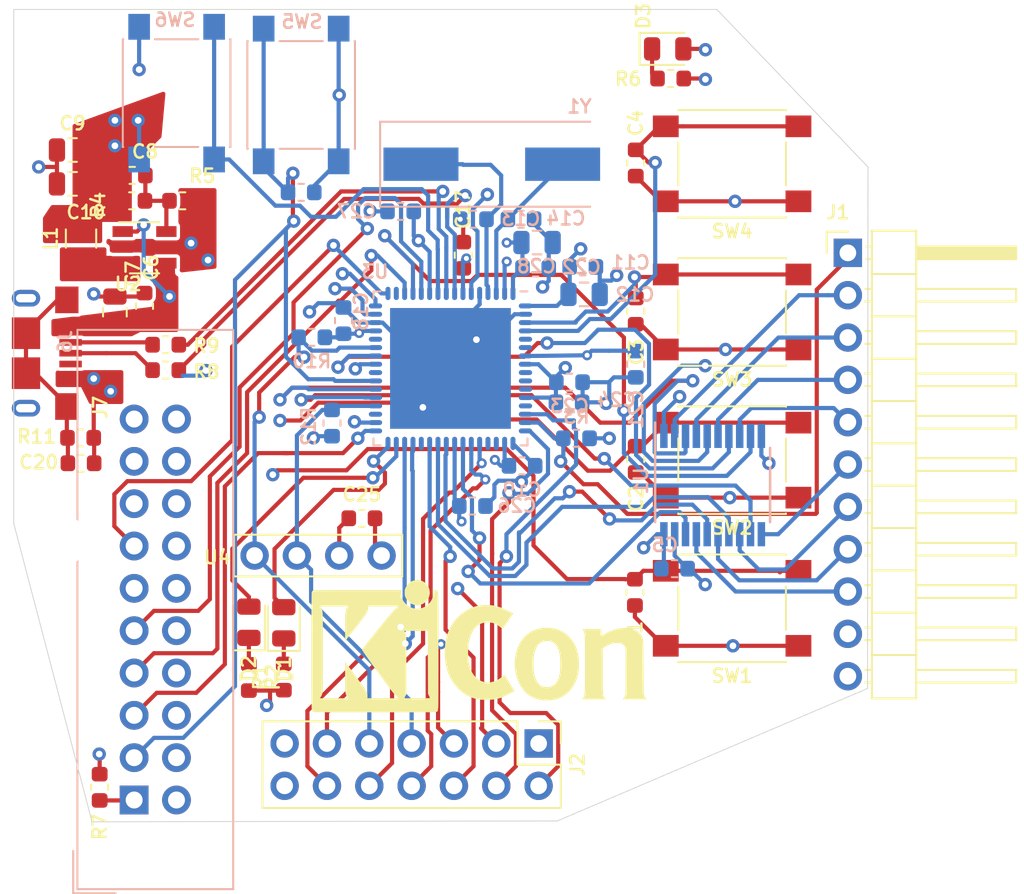
<source format=kicad_pcb>
(kicad_pcb (version 20171130) (host pcbnew "(5.0.2)-1")
  (layers (0 F.Cu signal) (1 In1.Cu signal hide) (2 In2.Cu signal hide) (31 B.Cu signal) (34 B.Paste user) (35 F.Paste user hide) (36 B.SilkS user) (37 F.SilkS user) (38 B.Mask user hide) (39 F.Mask user hide) (44 Edge.Cuts user))
  (net 0 "")
  (net 1 GND)
  (net 2 +3V3)
  (net 3 VBUS)
  (net 4 "Net-(C8-Pad2)")
  (net 5 "Net-(C13-Pad1)")
  (net 6 "Net-(C14-Pad1)")
  (net 7 /NRST)
  (net 8 "Net-(C20-Pad1)")
  (net 9 +1V2)
  (net 10 "Net-(D1-Pad2)")
  (net 11 "Net-(D2-Pad2)")
  (net 12 "Net-(D3-Pad1)")
  (net 13 /PROBE_IN7)
  (net 14 /PROBE_IN6)
  (net 15 /PROBE_IN5)
  (net 16 /PROBE_IN4)
  (net 17 /PROBE_IN3)
  (net 18 /PROBE_IN2)
  (net 19 /PROBE_IN1)
  (net 20 /PROBE_IN0)
  (net 21 /ADC1)
  (net 22 /ADC0)
  (net 23 /MOSI)
  (net 24 /MISO)
  (net 25 /SCK)
  (net 26 /SDA)
  (net 27 /SCL)
  (net 28 /UART_RX)
  (net 29 /UART_TX)
  (net 30 /USB_D+)
  (net 31 /USB_D-)
  (net 32 "Net-(L1-Pad1)")
  (net 33 /PIODCCLK)
  (net 34 /PCK0)
  (net 35 /PROBE3)
  (net 36 /PROBE2)
  (net 37 /PROBE1)
  (net 38 /PROBE0)
  (net 39 /PROBE7)
  (net 40 /PROBE6)
  (net 41 /PROBE5)
  (net 42 /PROBE4)
  (net 43 /USB1_D+)
  (net 44 /USB1_D-)
  (net 45 /TDO)
  (net 46 /TCK)
  (net 47 /TMS)
  (net 48 /TDI)
  (net 49 "Net-(D1-Pad1)")
  (net 50 "Net-(D2-Pad1)")
  (net 51 /DAC1)
  (net 52 /DAC0)
  (net 53 "Net-(J6-Pad1)")
  (net 54 "Net-(SW6-Pad2)")
  (net 55 /BTN3)
  (net 56 /BTN4)
  (net 57 /BTN1)
  (net 58 /BTN2)
  (module kicon_badge:OLED_SSD1306 (layer F.Cu) (at 158.496 55.118 180)
    (fp_text reference U4 (at 6.05 -12.75 180) (layer F.SilkS) (effects (font (size 0.8 0.8))))
    (fp_text value OLED_SSD1306)
    (pad 3 thru_hole circle (at 1.27 -12.65 180) (size 1.7 1.7) (drill 1) (layers *.Cu *.Mask) (net 27 /SCL))
    (pad 2 thru_hole circle (at -1.27 -12.65 180) (size 1.7 1.7) (drill 1) (layers *.Cu *.Mask) (net 2 +3V3))
    (pad 4 thru_hole circle (at 3.81 -12.65 180) (size 1.7 1.7) (drill 1) (layers *.Cu *.Mask) (net 26 /SDA))
    (pad 1 thru_hole circle (at -3.81 -12.65 180) (size 1.7 1.7) (drill 1) (layers *.Cu *.Mask) (net 1 GND))
    (pad "" np_thru_hole circle (at 15.475 17.2 180) (size 3.2 3.2) (drill 3.2) (layers *.Cu *.Mask))
    (pad "" np_thru_hole circle (at 15.475 -11.75 180) (size 3.2 3.2) (drill 3.2) (layers *.Cu *.Mask))
    (pad "" np_thru_hole circle (at -15.475 -11.75 180) (size 3.2 3.2) (drill 3.2) (layers *.Cu *.Mask))
    (pad "" np_thru_hole circle (at -15.475 17.2 180) (size 3.2 3.2) (drill 3.2) (layers *.Cu *.Mask))
  )
  (module kicon_badge:ClipHole (layer B.Cu) (at 169.418 37.846 180)
    (fp_text reference H1 hide)
    (fp_text value Clip)
    (pad "" np_thru_hole oval (at 0 0 180) (size 12.5 3.5) (drill oval 12.5 3.5) (layers *.Cu *.Mask))
  )
  (module kicon_badge:KiCon_Logo (layer F.Cu) (at 168.2242 73.1774)
    (fp_text reference REF** hide)
    (fp_text value KiCon_Logo hide)
  )
  (module Resistor_SMD:R_0603_1608Metric (layer B.Cu) (at 159.330303 59.818535 270)
    (fp_text reference R12 (at 0.2 1.4 270) (layer B.SilkS) (effects (font (size 0.8 0.8)) (justify mirror)))
    (fp_text value 1k5)
    (pad 2 smd roundrect (at 0.7875 0 270) (size 0.875 0.95) (layers B.Cu B.Paste B.Mask) (net 2 +3V3))
    (pad 1 smd roundrect (at -0.7875 0 270) (size 0.875 0.95) (layers B.Cu B.Paste B.Mask) (net 27 /SCL))
  )
  (module Resistor_SMD:R_0603_1608Metric (layer B.Cu) (at 158.115 54.6735)
    (fp_text reference R10 (at 0 1.43) (layer B.SilkS) (effects (font (size 0.8 0.8)) (justify mirror)))
    (fp_text value 1k5)
    (pad 2 smd roundrect (at 0.7875 0) (size 0.875 0.95) (layers B.Cu B.Paste B.Mask) (net 2 +3V3))
    (pad 1 smd roundrect (at -0.7875 0) (size 0.875 0.95) (layers B.Cu B.Paste B.Mask) (net 26 /SDA))
  )
  (module Button_Switch_SMD:SW_SPST_PTS645 (layer F.Cu) (at 183.338303 70.933085 180)
    (fp_text reference SW1 (at 0 -4.05 180) (layer F.SilkS) (effects (font (size 0.8 0.8))))
    (fp_text value BTN1)
    (pad 2 smd rect (at 3.98 2.25 180) (size 1.55 1.3) (layers F.Cu F.Paste F.Mask) (net 57 /BTN1))
    (pad 1 smd rect (at 3.98 -2.25 180) (size 1.55 1.3) (layers F.Cu F.Paste F.Mask) (net 1 GND))
    (pad 1 smd rect (at -3.98 -2.25 180) (size 1.55 1.3) (layers F.Cu F.Paste F.Mask) (net 1 GND))
    (pad 2 smd rect (at -3.98 2.25 180) (size 1.55 1.3) (layers F.Cu F.Paste F.Mask) (net 57 /BTN1))
  )
  (module Button_Switch_SMD:SW_SPST_PTS645 (layer B.Cu) (at 150.008128 40.021547 270)
    (fp_text reference SW6 (at -4.4 0.1 180) (layer B.SilkS) (effects (font (size 0.8 0.8)) (justify mirror)))
    (fp_text value Erase)
    (pad 2 smd rect (at 3.98 -2.25 270) (size 1.55 1.3) (layers B.Cu B.Paste B.Mask) (net 54 "Net-(SW6-Pad2)"))
    (pad 1 smd rect (at 3.98 2.25 270) (size 1.55 1.3) (layers B.Cu B.Paste B.Mask) (net 2 +3V3))
    (pad 1 smd rect (at -3.98 2.25 270) (size 1.55 1.3) (layers B.Cu B.Paste B.Mask) (net 2 +3V3))
    (pad 2 smd rect (at -3.98 -2.25 270) (size 1.55 1.3) (layers B.Cu B.Paste B.Mask) (net 54 "Net-(SW6-Pad2)"))
  )
  (module Button_Switch_SMD:SW_SPST_PTS645 (layer B.Cu) (at 157.48 40.132 90)
    (fp_text reference SW5 (at 4.4 0.05) (layer B.SilkS) (effects (font (size 0.8 0.8)) (justify mirror)))
    (fp_text value Reset)
    (pad 2 smd rect (at 3.98 -2.25 90) (size 1.55 1.3) (layers B.Cu B.Paste B.Mask) (net 7 /NRST))
    (pad 1 smd rect (at 3.98 2.25 90) (size 1.55 1.3) (layers B.Cu B.Paste B.Mask) (net 1 GND))
    (pad 1 smd rect (at -3.98 2.25 90) (size 1.55 1.3) (layers B.Cu B.Paste B.Mask) (net 1 GND))
    (pad 2 smd rect (at -3.98 -2.25 90) (size 1.55 1.3) (layers B.Cu B.Paste B.Mask) (net 7 /NRST))
  )
  (module Button_Switch_SMD:SW_SPST_PTS645 (layer F.Cu) (at 183.338303 62.043085 180)
    (fp_text reference SW2 (at 0 -4.05 180) (layer F.SilkS) (effects (font (size 0.8 0.8))))
    (fp_text value BTN2)
    (pad 2 smd rect (at 3.98 2.25 180) (size 1.55 1.3) (layers F.Cu F.Paste F.Mask) (net 58 /BTN2))
    (pad 1 smd rect (at 3.98 -2.25 180) (size 1.55 1.3) (layers F.Cu F.Paste F.Mask) (net 1 GND))
    (pad 1 smd rect (at -3.98 -2.25 180) (size 1.55 1.3) (layers F.Cu F.Paste F.Mask) (net 1 GND))
    (pad 2 smd rect (at -3.98 2.25 180) (size 1.55 1.3) (layers F.Cu F.Paste F.Mask) (net 58 /BTN2))
  )
  (module Button_Switch_SMD:SW_SPST_PTS645 (layer F.Cu) (at 183.338303 44.263085 180)
    (fp_text reference SW4 (at 0 -4.05 180) (layer F.SilkS) (effects (font (size 0.8 0.8))))
    (fp_text value BTN4)
    (pad 2 smd rect (at 3.98 2.25 180) (size 1.55 1.3) (layers F.Cu F.Paste F.Mask) (net 56 /BTN4))
    (pad 1 smd rect (at 3.98 -2.25 180) (size 1.55 1.3) (layers F.Cu F.Paste F.Mask) (net 1 GND))
    (pad 1 smd rect (at -3.98 -2.25 180) (size 1.55 1.3) (layers F.Cu F.Paste F.Mask) (net 1 GND))
    (pad 2 smd rect (at -3.98 2.25 180) (size 1.55 1.3) (layers F.Cu F.Paste F.Mask) (net 56 /BTN4))
  )
  (module Button_Switch_SMD:SW_SPST_PTS645 (layer F.Cu) (at 183.338303 53.153085 180)
    (fp_text reference SW3 (at 0 -4.05 180) (layer F.SilkS) (effects (font (size 0.8 0.8))))
    (fp_text value BTN3)
    (pad 2 smd rect (at 3.98 2.25 180) (size 1.55 1.3) (layers F.Cu F.Paste F.Mask) (net 55 /BTN3))
    (pad 1 smd rect (at 3.98 -2.25 180) (size 1.55 1.3) (layers F.Cu F.Paste F.Mask) (net 1 GND))
    (pad 1 smd rect (at -3.98 -2.25 180) (size 1.55 1.3) (layers F.Cu F.Paste F.Mask) (net 1 GND))
    (pad 2 smd rect (at -3.98 2.25 180) (size 1.55 1.3) (layers F.Cu F.Paste F.Mask) (net 55 /BTN3))
  )
  (module Connector_PinHeader_2.54mm:PinHeader_2x07_P2.54mm_Vertical (layer F.Cu) (at 171.7294 79.0448 270)
    (fp_text reference J2 (at 1.27 -2.33 270) (layer F.SilkS) (effects (font (size 0.8 0.8))))
    (fp_text value Ports)
    (pad 14 thru_hole oval (at 2.54 15.24 270) (size 1.7 1.7) (drill 1) (layers *.Cu *.Mask) (net 1 GND))
    (pad 13 thru_hole oval (at 0 15.24 270) (size 1.7 1.7) (drill 1) (layers *.Cu *.Mask) (net 1 GND))
    (pad 12 thru_hole oval (at 2.54 12.7 270) (size 1.7 1.7) (drill 1) (layers *.Cu *.Mask) (net 28 /UART_RX))
    (pad 11 thru_hole oval (at 0 12.7 270) (size 1.7 1.7) (drill 1) (layers *.Cu *.Mask) (net 29 /UART_TX))
    (pad 10 thru_hole oval (at 2.54 10.16 270) (size 1.7 1.7) (drill 1) (layers *.Cu *.Mask) (net 25 /SCK))
    (pad 9 thru_hole oval (at 0 10.16 270) (size 1.7 1.7) (drill 1) (layers *.Cu *.Mask) (net 26 /SDA))
    (pad 8 thru_hole oval (at 2.54 7.62 270) (size 1.7 1.7) (drill 1) (layers *.Cu *.Mask) (net 23 /MOSI))
    (pad 7 thru_hole oval (at 0 7.62 270) (size 1.7 1.7) (drill 1) (layers *.Cu *.Mask) (net 27 /SCL))
    (pad 6 thru_hole oval (at 2.54 5.08 270) (size 1.7 1.7) (drill 1) (layers *.Cu *.Mask) (net 24 /MISO))
    (pad 5 thru_hole oval (at 0 5.08 270) (size 1.7 1.7) (drill 1) (layers *.Cu *.Mask) (net 52 /DAC0))
    (pad 4 thru_hole oval (at 2.54 2.54 270) (size 1.7 1.7) (drill 1) (layers *.Cu *.Mask) (net 22 /ADC0))
    (pad 3 thru_hole oval (at 0 2.54 270) (size 1.7 1.7) (drill 1) (layers *.Cu *.Mask) (net 51 /DAC1))
    (pad 2 thru_hole oval (at 2.54 0 270) (size 1.7 1.7) (drill 1) (layers *.Cu *.Mask) (net 21 /ADC1))
    (pad 1 thru_hole rect (at 0 0 270) (size 1.7 1.7) (drill 1) (layers *.Cu *.Mask) (net 2 +3V3))
  )
  (module Resistor_SMD:R_0603_1608Metric (layer F.Cu) (at 144.2465 60.706 180)
    (fp_text reference R11 (at 2.6364 0.0808) (layer F.SilkS) (effects (font (size 0.8 0.8))))
    (fp_text value 1M)
    (pad 2 smd roundrect (at 0.7875 0 180) (size 0.875 0.95) (layers F.Cu F.Paste F.Mask) (net 8 "Net-(C20-Pad1)"))
    (pad 1 smd roundrect (at -0.7875 0 180) (size 0.875 0.95) (layers F.Cu F.Paste F.Mask) (net 1 GND))
  )
  (module Resistor_SMD:R_0603_1608Metric (layer F.Cu) (at 149.352 55.118 180)
    (fp_text reference R9 (at -2.4474 -0.0628 180) (layer F.SilkS) (effects (font (size 0.8 0.8))))
    (fp_text value 22)
    (pad 2 smd roundrect (at 0.7875 0 180) (size 0.875 0.95) (layers F.Cu F.Paste F.Mask) (net 44 /USB1_D-))
    (pad 1 smd roundrect (at -0.7875 0 180) (size 0.875 0.95) (layers F.Cu F.Paste F.Mask) (net 31 /USB_D-))
  )
  (module Resistor_SMD:R_0603_1608Metric (layer F.Cu) (at 149.352 56.642 180)
    (fp_text reference R8 (at -2.4474 -0.1 180) (layer F.SilkS) (effects (font (size 0.8 0.8))))
    (fp_text value 22)
    (pad 2 smd roundrect (at 0.7875 0 180) (size 0.875 0.95) (layers F.Cu F.Paste F.Mask) (net 43 /USB1_D+))
    (pad 1 smd roundrect (at -0.7875 0 180) (size 0.875 0.95) (layers F.Cu F.Paste F.Mask) (net 30 /USB_D+))
  )
  (module Resistor_SMD:R_0603_1608Metric (layer F.Cu) (at 145.3896 81.6737 270)
    (fp_text reference R7 (at 2.375 0 270) (layer F.SilkS) (effects (font (size 0.8 0.8))))
    (fp_text value DNF_22)
    (pad 2 smd roundrect (at 0.7875 0 270) (size 0.875 0.95) (layers F.Cu F.Paste F.Mask) (net 53 "Net-(J6-Pad1)"))
    (pad 1 smd roundrect (at -0.7875 0 270) (size 0.875 0.95) (layers F.Cu F.Paste F.Mask) (net 2 +3V3))
  )
  (module Resistor_SMD:R_0603_1608Metric (layer F.Cu) (at 179.650119 39.144302)
    (fp_text reference R6 (at -2.55 0.025) (layer F.SilkS) (effects (font (size 0.8 0.8))))
    (fp_text value 120)
    (pad 2 smd roundrect (at 0.7875 0) (size 0.875 0.95) (layers F.Cu F.Paste F.Mask) (net 1 GND))
    (pad 1 smd roundrect (at -0.7875 0) (size 0.875 0.95) (layers F.Cu F.Paste F.Mask) (net 12 "Net-(D3-Pad1)"))
  )
  (module Resistor_SMD:R_0603_1608Metric (layer F.Cu) (at 150.368 46.482 180)
    (fp_text reference R5 (at -1.1772 1.5) (layer F.SilkS) (effects (font (size 0.8 0.8))))
    (fp_text value 68k)
    (pad 2 smd roundrect (at 0.7875 0 180) (size 0.875 0.95) (layers F.Cu F.Paste F.Mask) (net 4 "Net-(C8-Pad2)"))
    (pad 1 smd roundrect (at -0.7875 0 180) (size 0.875 0.95) (layers F.Cu F.Paste F.Mask) (net 1 GND))
  )
  (module Resistor_SMD:R_0603_1608Metric (layer F.Cu) (at 147.32 46.482 180)
    (fp_text reference R4 (at 2.0192 -0.2564 270) (layer F.SilkS) (effects (font (size 0.8 0.8))))
    (fp_text value 300k)
    (pad 2 smd roundrect (at 0.7875 0 180) (size 0.875 0.95) (layers F.Cu F.Paste F.Mask) (net 2 +3V3))
    (pad 1 smd roundrect (at -0.7875 0 180) (size 0.875 0.95) (layers F.Cu F.Paste F.Mask) (net 4 "Net-(C8-Pad2)"))
  )
  (module Resistor_SMD:R_0603_1608Metric (layer B.Cu) (at 173.998803 60.733035 180)
    (fp_text reference R3 (at 0 1.3 180) (layer B.SilkS) (effects (font (size 0.8 0.8)) (justify mirror)))
    (fp_text value 22)
    (pad 2 smd roundrect (at 0.7875 0 180) (size 0.875 0.95) (layers B.Cu B.Paste B.Mask) (net 33 /PIODCCLK))
    (pad 1 smd roundrect (at -0.7875 0 180) (size 0.875 0.95) (layers B.Cu B.Paste B.Mask) (net 34 /PCK0))
  )
  (module Resistor_SMD:R_0603_1608Metric (layer F.Cu) (at 154.3431 75.0825 270)
    (fp_text reference R2 (at 0 -1.43 270) (layer F.SilkS) (effects (font (size 0.8 0.8))))
    (fp_text value 120)
    (pad 2 smd roundrect (at 0.7875 0 270) (size 0.875 0.95) (layers F.Cu F.Paste F.Mask) (net 1 GND))
    (pad 1 smd roundrect (at -0.7875 0 270) (size 0.875 0.95) (layers F.Cu F.Paste F.Mask) (net 50 "Net-(D2-Pad1)"))
  )
  (module Resistor_SMD:R_0603_1608Metric (layer F.Cu) (at 156.4386 75.057 270)
    (fp_text reference R1 (at 0 1.4 270) (layer F.SilkS) (effects (font (size 0.8 0.8))))
    (fp_text value 120)
    (pad 2 smd roundrect (at 0.7875 0 270) (size 0.875 0.95) (layers F.Cu F.Paste F.Mask) (net 1 GND))
    (pad 1 smd roundrect (at -0.7875 0 270) (size 0.875 0.95) (layers F.Cu F.Paste F.Mask) (net 49 "Net-(D1-Pad1)"))
  )
  (module Inductor_SMD:L_1007_2518Metric (layer F.Cu) (at 144.272 48.748 90)
    (fp_text reference L1 (at 0 -1.82 90) (layer F.SilkS) (effects (font (size 0.8 0.8))))
    (fp_text value 2.2u)
    (pad 2 smd roundrect (at 1.25 0 90) (size 1 2) (layers F.Cu F.Paste F.Mask) (roundrect_rratio 0.2) (net 2 +3V3))
    (pad 1 smd roundrect (at -1.25 0 90) (size 1 2) (layers F.Cu F.Paste F.Mask) (roundrect_rratio 0.2) (net 32 "Net-(L1-Pad1)"))
  )
  (module Capacitor_SMD:C_0805_2012Metric (layer B.Cu) (at 171.634303 48.985535)
    (fp_text reference C28 (at -0.0384 1.425) (layer B.SilkS) (effects (font (size 0.8 0.8)) (justify mirror)))
    (fp_text value 4.7u)
    (pad 2 smd roundrect (at 0.9375 0) (size 0.975 1.4) (layers B.Cu B.Paste B.Mask) (net 1 GND))
    (pad 1 smd roundrect (at -0.9375 0) (size 0.975 1.4) (layers B.Cu B.Paste B.Mask) (net 9 +1V2))
  )
  (module Capacitor_SMD:C_0603_1608Metric (layer B.Cu) (at 163.449 47.117 180)
    (fp_text reference C27 (at 2.65 0 180) (layer B.SilkS) (effects (font (size 0.8 0.8)) (justify mirror)))
    (fp_text value 100n)
    (pad 2 smd roundrect (at 0.7875 0 180) (size 0.875 0.95) (layers B.Cu B.Paste B.Mask) (net 1 GND))
    (pad 1 smd roundrect (at -0.7875 0 180) (size 0.875 0.95) (layers B.Cu B.Paste B.Mask) (net 9 +1V2))
  )
  (module Capacitor_SMD:C_0603_1608Metric (layer B.Cu) (at 167.7543 64.7954)
    (fp_text reference C26 (at 2.675 -0.025 -180) (layer B.SilkS) (effects (font (size 0.8 0.8)) (justify mirror)))
    (fp_text value 100n)
    (pad 2 smd roundrect (at 0.7875 0) (size 0.875 0.95) (layers B.Cu B.Paste B.Mask) (net 1 GND))
    (pad 1 smd roundrect (at -0.7875 0) (size 0.875 0.95) (layers B.Cu B.Paste B.Mask) (net 9 +1V2))
  )
  (module Capacitor_SMD:C_0603_1608Metric (layer F.Cu) (at 161.125 65.532)
    (fp_text reference C25 (at 0 -1.43) (layer F.SilkS) (effects (font (size 0.8 0.8))))
    (fp_text value 100n)
    (pad 2 smd roundrect (at 0.7875 0) (size 0.875 0.95) (layers F.Cu F.Paste F.Mask) (net 1 GND))
    (pad 1 smd roundrect (at -0.7875 0) (size 0.875 0.95) (layers F.Cu F.Paste F.Mask) (net 2 +3V3))
  )
  (module Capacitor_SMD:C_0603_1608Metric (layer B.Cu) (at 173.554303 58.574035)
    (fp_text reference C24 (at 2.85 -0.15) (layer B.SilkS) (effects (font (size 0.8 0.8)) (justify mirror)))
    (fp_text value 100n)
    (pad 2 smd roundrect (at 0.7875 0) (size 0.875 0.95) (layers B.Cu B.Paste B.Mask) (net 1 GND))
    (pad 1 smd roundrect (at -0.7875 0) (size 0.875 0.95) (layers B.Cu B.Paste B.Mask) (net 9 +1V2))
  )
  (module Capacitor_SMD:C_0603_1608Metric (layer B.Cu) (at 173.579803 57.367535)
    (fp_text reference C23 (at 0 1.43) (layer B.SilkS) (effects (font (size 0.8 0.8)) (justify mirror)))
    (fp_text value 100n)
    (pad 2 smd roundrect (at 0.7875 0) (size 0.875 0.95) (layers B.Cu B.Paste B.Mask) (net 1 GND))
    (pad 1 smd roundrect (at -0.7875 0) (size 0.875 0.95) (layers B.Cu B.Paste B.Mask) (net 9 +1V2))
  )
  (module Capacitor_SMD:C_0603_1608Metric (layer B.Cu) (at 171.547803 50.509535)
    (fp_text reference C22 (at 2.75 -0.05) (layer B.SilkS) (effects (font (size 0.8 0.8)) (justify mirror)))
    (fp_text value 100n)
    (pad 2 smd roundrect (at 0.7875 0) (size 0.875 0.95) (layers B.Cu B.Paste B.Mask) (net 1 GND))
    (pad 1 smd roundrect (at -0.7875 0) (size 0.875 0.95) (layers B.Cu B.Paste B.Mask) (net 9 +1V2))
  )
  (module Capacitor_SMD:C_0603_1608Metric (layer B.Cu) (at 177.554803 56.288035 270)
    (fp_text reference C21 (at 2.7084 -0.025 270) (layer B.SilkS) (effects (font (size 0.8 0.8)) (justify mirror)))
    (fp_text value 100n)
    (pad 2 smd roundrect (at 0.7875 0 270) (size 0.875 0.95) (layers B.Cu B.Paste B.Mask) (net 1 GND))
    (pad 1 smd roundrect (at -0.7875 0 270) (size 0.875 0.95) (layers B.Cu B.Paste B.Mask) (net 2 +3V3))
  )
  (module Capacitor_SMD:C_0603_1608Metric (layer F.Cu) (at 144.272 62.23)
    (fp_text reference C20 (at -2.5364 -0.0588 -180) (layer F.SilkS) (effects (font (size 0.8 0.8))))
    (fp_text value 1n)
    (pad 2 smd roundrect (at 0.7875 0) (size 0.875 0.95) (layers F.Cu F.Paste F.Mask) (net 1 GND))
    (pad 1 smd roundrect (at -0.7875 0) (size 0.875 0.95) (layers F.Cu F.Paste F.Mask) (net 8 "Net-(C20-Pad1)"))
  )
  (module Capacitor_SMD:C_0603_1608Metric (layer B.Cu) (at 170.734803 62.384035)
    (fp_text reference C19 (at 0 1.43) (layer B.SilkS) (effects (font (size 0.8 0.8)) (justify mirror)))
    (fp_text value 100n)
    (pad 2 smd roundrect (at 0.7875 0) (size 0.875 0.95) (layers B.Cu B.Paste B.Mask) (net 1 GND))
    (pad 1 smd roundrect (at -0.7875 0) (size 0.875 0.95) (layers B.Cu B.Paste B.Mask) (net 2 +3V3))
  )
  (module Capacitor_SMD:C_0603_1608Metric (layer B.Cu) (at 160.02 53.6702 90)
    (fp_text reference C18 (at 0.55 1.05 90) (layer B.SilkS) (effects (font (size 0.8 0.8)) (justify mirror)))
    (fp_text value 100n)
    (pad 2 smd roundrect (at 0.7875 0 90) (size 0.875 0.95) (layers B.Cu B.Paste B.Mask) (net 1 GND))
    (pad 1 smd roundrect (at -0.7875 0 90) (size 0.875 0.95) (layers B.Cu B.Paste B.Mask) (net 2 +3V3))
  )
  (module Capacitor_SMD:C_0603_1608Metric (layer F.Cu) (at 167.204303 49.747535 90)
    (fp_text reference C17 (at 2.737 -0.0152 90) (layer F.SilkS) (effects (font (size 0.8 0.8))))
    (fp_text value 100n)
    (pad 2 smd roundrect (at 0.7875 0 90) (size 0.875 0.95) (layers F.Cu F.Paste F.Mask) (net 1 GND))
    (pad 1 smd roundrect (at -0.7875 0 90) (size 0.875 0.95) (layers F.Cu F.Paste F.Mask) (net 2 +3V3))
  )
  (module Capacitor_SMD:C_0603_1608Metric (layer B.Cu) (at 157.48 45.974 180)
    (fp_text reference C16 hide)
    (fp_text value 100n)
    (pad 1 smd roundrect (at -0.7875 0 180) (size 0.875 0.95) (layers B.Cu B.Paste B.Mask) (net 1 GND))
    (pad 2 smd roundrect (at 0.7875 0 180) (size 0.875 0.95) (layers B.Cu B.Paste B.Mask) (net 7 /NRST))
  )
  (module Capacitor_SMD:C_0603_1608Metric (layer B.Cu) (at 170.671303 47.588535)
    (fp_text reference C14 (at 2.7 -0.05) (layer B.SilkS) (effects (font (size 0.8 0.8)) (justify mirror)))
    (fp_text value 22p)
    (pad 2 smd roundrect (at 0.7875 0) (size 0.875 0.95) (layers B.Cu B.Paste B.Mask) (net 1 GND))
    (pad 1 smd roundrect (at -0.7875 0) (size 0.875 0.95) (layers B.Cu B.Paste B.Mask) (net 6 "Net-(C14-Pad1)"))
  )
  (module Capacitor_SMD:C_0603_1608Metric (layer B.Cu) (at 167.813803 47.588535 180)
    (fp_text reference C13 (at -2.85 0.025 180) (layer B.SilkS) (effects (font (size 0.8 0.8)) (justify mirror)))
    (fp_text value 22p)
    (pad 2 smd roundrect (at 0.7875 0 180) (size 0.875 0.95) (layers B.Cu B.Paste B.Mask) (net 1 GND))
    (pad 1 smd roundrect (at -0.7875 0 180) (size 0.875 0.95) (layers B.Cu B.Paste B.Mask) (net 5 "Net-(C13-Pad1)"))
  )
  (module Capacitor_SMD:C_0805_2012Metric (layer B.Cu) (at 174.458303 52.097035)
    (fp_text reference C12 (at 3.0516 0.014) (layer B.SilkS) (effects (font (size 0.8 0.8)) (justify mirror)))
    (fp_text value 4.7u)
    (pad 2 smd roundrect (at 0.9375 0) (size 0.975 1.4) (layers B.Cu B.Paste B.Mask) (net 1 GND))
    (pad 1 smd roundrect (at -0.9375 0) (size 0.975 1.4) (layers B.Cu B.Paste B.Mask) (net 2 +3V3))
  )
  (module Capacitor_SMD:C_0603_1608Metric (layer B.Cu) (at 174.379803 50.446035)
    (fp_text reference C11 (at 2.8548 -0.2588) (layer B.SilkS) (effects (font (size 0.8 0.8)) (justify mirror)))
    (fp_text value 100n)
    (pad 2 smd roundrect (at 0.7875 0) (size 0.875 0.95) (layers B.Cu B.Paste B.Mask) (net 1 GND))
    (pad 1 smd roundrect (at -0.7875 0) (size 0.875 0.95) (layers B.Cu B.Paste B.Mask) (net 2 +3V3))
  )
  (module Capacitor_SMD:C_0805_2012Metric (layer F.Cu) (at 143.764 45.466 180)
    (fp_text reference C10 (at -0.8 -1.7) (layer F.SilkS) (effects (font (size 0.8 0.8))))
    (fp_text value 22u/6.3V)
    (pad 2 smd roundrect (at 0.9375 0 180) (size 0.975 1.4) (layers F.Cu F.Paste F.Mask) (net 1 GND))
    (pad 1 smd roundrect (at -0.9375 0 180) (size 0.975 1.4) (layers F.Cu F.Paste F.Mask) (net 2 +3V3))
  )
  (module Capacitor_SMD:C_0805_2012Metric (layer F.Cu) (at 143.764 43.434 180)
    (fp_text reference C9 (at 0 1.6 180) (layer F.SilkS) (effects (font (size 0.8 0.8))))
    (fp_text value 22u/6.3V)
    (pad 2 smd roundrect (at 0.9375 0 180) (size 0.975 1.4) (layers F.Cu F.Paste F.Mask) (net 1 GND))
    (pad 1 smd roundrect (at -0.9375 0 180) (size 0.975 1.4) (layers F.Cu F.Paste F.Mask) (net 2 +3V3))
  )
  (module Capacitor_SMD:C_0603_1608Metric (layer F.Cu) (at 147.3455 44.958)
    (fp_text reference C8 (at 0.7694 -1.43) (layer F.SilkS) (effects (font (size 0.8 0.8))))
    (fp_text value 22p)
    (pad 2 smd roundrect (at 0.7875 0) (size 0.875 0.95) (layers F.Cu F.Paste F.Mask) (net 4 "Net-(C8-Pad2)"))
    (pad 1 smd roundrect (at -0.7875 0) (size 0.875 0.95) (layers F.Cu F.Paste F.Mask) (net 2 +3V3))
  )
  (module Capacitor_SMD:C_0805_2012Metric (layer F.Cu) (at 146.304 53.1645 90)
    (fp_text reference C7 (at 2.3 1.0768 -90) (layer F.SilkS) (effects (font (size 0.8 0.8))))
    (fp_text value 22u/6.3V)
    (pad 2 smd roundrect (at 0.9375 0 90) (size 0.975 1.4) (layers F.Cu F.Paste F.Mask) (net 1 GND))
    (pad 1 smd roundrect (at -0.9375 0 90) (size 0.975 1.4) (layers F.Cu F.Paste F.Mask) (net 3 VBUS))
  )
  (module Capacitor_SMD:C_0603_1608Metric (layer F.Cu) (at 148.082 52.8065 90)
    (fp_text reference C6 (at 2.3168 0.3988 -90) (layer F.SilkS) (effects (font (size 0.8 0.8))))
    (fp_text value 100n)
    (pad 2 smd roundrect (at 0.7875 0 90) (size 0.875 0.95) (layers F.Cu F.Paste F.Mask) (net 1 GND))
    (pad 1 smd roundrect (at -0.7875 0 90) (size 0.875 0.95) (layers F.Cu F.Paste F.Mask) (net 3 VBUS))
  )
  (module Capacitor_SMD:C_0603_1608Metric (layer B.Cu) (at 179.8827 68.5546 180)
    (fp_text reference C5 (at 0.575 1.425 180) (layer B.SilkS) (effects (font (size 0.8 0.8)) (justify mirror)))
    (fp_text value 100n)
    (pad 2 smd roundrect (at 0.7875 0 180) (size 0.875 0.95) (layers B.Cu B.Paste B.Mask) (net 2 +3V3))
    (pad 1 smd roundrect (at -0.7875 0 180) (size 0.875 0.95) (layers B.Cu B.Paste B.Mask) (net 1 GND))
  )
  (module Capacitor_SMD:C_0603_1608Metric (layer F.Cu) (at 177.556303 61.992085 90)
    (fp_text reference C2 (at -2.368 0.024 90) (layer F.SilkS) (effects (font (size 0.8 0.8))))
    (fp_text value 100n)
    (pad 2 smd roundrect (at 0.7875 0 90) (size 0.875 0.95) (layers F.Cu F.Paste F.Mask) (net 58 /BTN2))
    (pad 1 smd roundrect (at -0.7875 0 90) (size 0.875 0.95) (layers F.Cu F.Paste F.Mask) (net 1 GND))
  )
  (module Capacitor_SMD:C_0603_1608Metric (layer F.Cu) (at 177.5079 69.9771 90)
    (fp_text reference C1 (at -2.5 0.025 90) (layer F.SilkS) (effects (font (size 0.8 0.8))))
    (fp_text value 100n)
    (pad 2 smd roundrect (at 0.7875 0 90) (size 0.875 0.95) (layers F.Cu F.Paste F.Mask) (net 57 /BTN1))
    (pad 1 smd roundrect (at -0.7875 0 90) (size 0.875 0.95) (layers F.Cu F.Paste F.Mask) (net 1 GND))
  )
  (module Capacitor_SMD:C_0603_1608Metric (layer F.Cu) (at 177.556303 44.212085 90)
    (fp_text reference C4 (at 2.4 0 90) (layer F.SilkS) (effects (font (size 0.8 0.8))))
    (fp_text value 100n)
    (pad 2 smd roundrect (at 0.7875 0 90) (size 0.875 0.95) (layers F.Cu F.Paste F.Mask) (net 56 /BTN4))
    (pad 1 smd roundrect (at -0.7875 0 90) (size 0.875 0.95) (layers F.Cu F.Paste F.Mask) (net 1 GND))
  )
  (module Capacitor_SMD:C_0603_1608Metric (layer F.Cu) (at 177.556303 53.102085 90)
    (fp_text reference C3 (at -2.458 0.024 90) (layer F.SilkS) (effects (font (size 0.8 0.8))))
    (fp_text value 100n)
    (pad 2 smd roundrect (at 0.7875 0 90) (size 0.875 0.95) (layers F.Cu F.Paste F.Mask) (net 55 /BTN3))
    (pad 1 smd roundrect (at -0.7875 0 90) (size 0.875 0.95) (layers F.Cu F.Paste F.Mask) (net 1 GND))
  )
  (module Connector_PinHeader_2.54mm:PinHeader_1x11_P2.54mm_Horizontal (layer F.Cu) (at 190.2841 49.6062)
    (fp_text reference J1 (at -0.6 -2.44) (layer F.SilkS) (effects (font (size 0.8 0.8))))
    (fp_text value LogicProbes)
    (pad 11 thru_hole oval (at 0 25.4) (size 1.7 1.7) (drill 1) (layers *.Cu *.Mask) (net 2 +3V3))
    (pad 10 thru_hole oval (at 0 22.86) (size 1.7 1.7) (drill 1) (layers *.Cu *.Mask) (net 1 GND))
    (pad 9 thru_hole oval (at 0 20.32) (size 1.7 1.7) (drill 1) (layers *.Cu *.Mask) (net 16 /PROBE_IN4))
    (pad 8 thru_hole oval (at 0 17.78) (size 1.7 1.7) (drill 1) (layers *.Cu *.Mask) (net 15 /PROBE_IN5))
    (pad 7 thru_hole oval (at 0 15.24) (size 1.7 1.7) (drill 1) (layers *.Cu *.Mask) (net 14 /PROBE_IN6))
    (pad 6 thru_hole oval (at 0 12.7) (size 1.7 1.7) (drill 1) (layers *.Cu *.Mask) (net 13 /PROBE_IN7))
    (pad 5 thru_hole oval (at 0 10.16) (size 1.7 1.7) (drill 1) (layers *.Cu *.Mask) (net 17 /PROBE_IN3))
    (pad 4 thru_hole oval (at 0 7.62) (size 1.7 1.7) (drill 1) (layers *.Cu *.Mask) (net 18 /PROBE_IN2))
    (pad 3 thru_hole oval (at 0 5.08) (size 1.7 1.7) (drill 1) (layers *.Cu *.Mask) (net 19 /PROBE_IN1))
    (pad 2 thru_hole oval (at 0 2.54) (size 1.7 1.7) (drill 1) (layers *.Cu *.Mask) (net 20 /PROBE_IN0))
    (pad 1 thru_hole rect (at 0 0) (size 1.7 1.7) (drill 1) (layers *.Cu *.Mask) (net 33 /PIODCCLK))
  )
  (module Package_SO:TSSOP-20_4.4x6.5mm_P0.65mm (layer B.Cu) (at 182.1688 63.5381 270)
    (fp_text reference U1 (at -0.25 4.3 270) (layer B.SilkS) (effects (font (size 0.8 0.8)) (justify mirror)))
    (fp_text value 74LCX244MTC)
    (pad 20 smd rect (at 2.95 2.925 270) (size 1.45 0.45) (layers B.Cu B.Paste B.Mask) (net 2 +3V3))
    (pad 19 smd rect (at 2.95 2.275 270) (size 1.45 0.45) (layers B.Cu B.Paste B.Mask) (net 1 GND))
    (pad 18 smd rect (at 2.95 1.625 270) (size 1.45 0.45) (layers B.Cu B.Paste B.Mask) (net 38 /PROBE0))
    (pad 17 smd rect (at 2.95 0.975 270) (size 1.45 0.45) (layers B.Cu B.Paste B.Mask) (net 16 /PROBE_IN4))
    (pad 16 smd rect (at 2.95 0.325 270) (size 1.45 0.45) (layers B.Cu B.Paste B.Mask) (net 37 /PROBE1))
    (pad 15 smd rect (at 2.95 -0.325 270) (size 1.45 0.45) (layers B.Cu B.Paste B.Mask) (net 15 /PROBE_IN5))
    (pad 14 smd rect (at 2.95 -0.975 270) (size 1.45 0.45) (layers B.Cu B.Paste B.Mask) (net 36 /PROBE2))
    (pad 13 smd rect (at 2.95 -1.625 270) (size 1.45 0.45) (layers B.Cu B.Paste B.Mask) (net 14 /PROBE_IN6))
    (pad 12 smd rect (at 2.95 -2.275 270) (size 1.45 0.45) (layers B.Cu B.Paste B.Mask) (net 35 /PROBE3))
    (pad 11 smd rect (at 2.95 -2.925 270) (size 1.45 0.45) (layers B.Cu B.Paste B.Mask) (net 13 /PROBE_IN7))
    (pad 10 smd rect (at -2.95 -2.925 270) (size 1.45 0.45) (layers B.Cu B.Paste B.Mask) (net 1 GND))
    (pad 9 smd rect (at -2.95 -2.275 270) (size 1.45 0.45) (layers B.Cu B.Paste B.Mask) (net 39 /PROBE7))
    (pad 8 smd rect (at -2.95 -1.625 270) (size 1.45 0.45) (layers B.Cu B.Paste B.Mask) (net 17 /PROBE_IN3))
    (pad 7 smd rect (at -2.95 -0.975 270) (size 1.45 0.45) (layers B.Cu B.Paste B.Mask) (net 40 /PROBE6))
    (pad 6 smd rect (at -2.95 -0.325 270) (size 1.45 0.45) (layers B.Cu B.Paste B.Mask) (net 18 /PROBE_IN2))
    (pad 5 smd rect (at -2.95 0.325 270) (size 1.45 0.45) (layers B.Cu B.Paste B.Mask) (net 41 /PROBE5))
    (pad 4 smd rect (at -2.95 0.975 270) (size 1.45 0.45) (layers B.Cu B.Paste B.Mask) (net 19 /PROBE_IN1))
    (pad 3 smd rect (at -2.95 1.625 270) (size 1.45 0.45) (layers B.Cu B.Paste B.Mask) (net 42 /PROBE4))
    (pad 2 smd rect (at -2.95 2.275 270) (size 1.45 0.45) (layers B.Cu B.Paste B.Mask) (net 20 /PROBE_IN0))
    (pad 1 smd rect (at -2.95 2.925 270) (size 1.45 0.45) (layers B.Cu B.Paste B.Mask) (net 1 GND))
  )
  (module Crystal:Crystal_SMD_HC49-SD (layer B.Cu) (at 168.918803 44.286535)
    (fp_text reference Y1 (at 5.252 -3.464) (layer B.SilkS) (effects (font (size 0.8 0.8)) (justify mirror)))
    (fp_text value 12M)
    (pad 2 smd rect (at 4.25 0) (size 4.5 2) (layers B.Cu B.Paste B.Mask) (net 6 "Net-(C14-Pad1)"))
    (pad 1 smd rect (at -4.25 0) (size 4.5 2) (layers B.Cu B.Paste B.Mask) (net 5 "Net-(C13-Pad1)"))
  )
  (module Package_DFN_QFN:QFN-64-1EP_9x9mm_P0.5mm_EP7.25x7.25mm (layer B.Cu) (at 166.439303 56.539035 180)
    (fp_text reference U3 (at 4.53 5.804 180) (layer B.SilkS) (effects (font (size 0.8 0.8)) (justify mirror)))
    (fp_text value ATSAM4SD16BA-MU)
    (pad 65 smd rect (at 0 0 180) (size 7.25 7.25) (layers B.Cu B.Mask) (net 1 GND))
    (pad 64 smd oval (at -3.75 4.5 90) (size 0.8 0.3) (layers B.Cu B.Paste B.Mask) (net 9 +1V2))
    (pad 63 smd oval (at -3.25 4.5 90) (size 0.8 0.3) (layers B.Cu B.Paste B.Mask) (net 51 /DAC1))
    (pad 62 smd oval (at -2.75 4.5 90) (size 0.8 0.3) (layers B.Cu B.Paste B.Mask) (net 6 "Net-(C14-Pad1)"))
    (pad 61 smd oval (at -2.25 4.5 90) (size 0.8 0.3) (layers B.Cu B.Paste B.Mask) (net 5 "Net-(C13-Pad1)"))
    (pad 60 smd oval (at -1.75 4.5 90) (size 0.8 0.3) (layers B.Cu B.Paste B.Mask) (net 1 GND))
    (pad 59 smd oval (at -1.25 4.5 90) (size 0.8 0.3) (layers B.Cu B.Paste B.Mask) (net 52 /DAC0))
    (pad 58 smd oval (at -0.75 4.5 90) (size 0.8 0.3) (layers B.Cu B.Paste B.Mask) (net 2 +3V3))
    (pad 57 smd oval (at -0.25 4.5 90) (size 0.8 0.3) (layers B.Cu B.Paste B.Mask) (net 30 /USB_D+))
    (pad 56 smd oval (at 0.25 4.5 90) (size 0.8 0.3) (layers B.Cu B.Paste B.Mask) (net 31 /USB_D-))
    (pad 55 smd oval (at 0.75 4.5 90) (size 0.8 0.3) (layers B.Cu B.Paste B.Mask) (net 54 "Net-(SW6-Pad2)"))
    (pad 54 smd oval (at 1.25 4.5 90) (size 0.8 0.3) (layers B.Cu B.Paste B.Mask) (net 9 +1V2))
    (pad 53 smd oval (at 1.75 4.5 90) (size 0.8 0.3) (layers B.Cu B.Paste B.Mask) (net 46 /TCK))
    (pad 52 smd oval (at 2.25 4.5 90) (size 0.8 0.3) (layers B.Cu B.Paste B.Mask) (net 39 /PROBE7))
    (pad 51 smd oval (at 2.75 4.5 90) (size 0.8 0.3) (layers B.Cu B.Paste B.Mask) (net 47 /TMS))
    (pad 50 smd oval (at 3.25 4.5 90) (size 0.8 0.3) (layers B.Cu B.Paste B.Mask))
    (pad 49 smd oval (at 3.75 4.5 90) (size 0.8 0.3) (layers B.Cu B.Paste B.Mask) (net 45 /TDO))
    (pad 48 smd oval (at 4.5 3.75 180) (size 0.8 0.3) (layers B.Cu B.Paste B.Mask) (net 58 /BTN2))
    (pad 47 smd oval (at 4.5 3.25 180) (size 0.8 0.3) (layers B.Cu B.Paste B.Mask) (net 57 /BTN1))
    (pad 46 smd oval (at 4.5 2.75 180) (size 0.8 0.3) (layers B.Cu B.Paste B.Mask) (net 1 GND))
    (pad 45 smd oval (at 4.5 2.25 180) (size 0.8 0.3) (layers B.Cu B.Paste B.Mask) (net 2 +3V3))
    (pad 44 smd oval (at 4.5 1.75 180) (size 0.8 0.3) (layers B.Cu B.Paste B.Mask))
    (pad 43 smd oval (at 4.5 1.25 180) (size 0.8 0.3) (layers B.Cu B.Paste B.Mask) (net 26 /SDA))
    (pad 42 smd oval (at 4.5 0.75 180) (size 0.8 0.3) (layers B.Cu B.Paste B.Mask) (net 40 /PROBE6))
    (pad 41 smd oval (at 4.5 0.25 180) (size 0.8 0.3) (layers B.Cu B.Paste B.Mask) (net 41 /PROBE5))
    (pad 40 smd oval (at 4.5 -0.25 180) (size 0.8 0.3) (layers B.Cu B.Paste B.Mask))
    (pad 39 smd oval (at 4.5 -0.75 180) (size 0.8 0.3) (layers B.Cu B.Paste B.Mask) (net 7 /NRST))
    (pad 38 smd oval (at 4.5 -1.25 180) (size 0.8 0.3) (layers B.Cu B.Paste B.Mask) (net 42 /PROBE4))
    (pad 37 smd oval (at 4.5 -1.75 180) (size 0.8 0.3) (layers B.Cu B.Paste B.Mask) (net 35 /PROBE3))
    (pad 36 smd oval (at 4.5 -2.25 180) (size 0.8 0.3) (layers B.Cu B.Paste B.Mask) (net 27 /SCL))
    (pad 35 smd oval (at 4.5 -2.75 180) (size 0.8 0.3) (layers B.Cu B.Paste B.Mask))
    (pad 34 smd oval (at 4.5 -3.25 180) (size 0.8 0.3) (layers B.Cu B.Paste B.Mask) (net 34 /PCK0))
    (pad 33 smd oval (at 4.5 -3.75 180) (size 0.8 0.3) (layers B.Cu B.Paste B.Mask) (net 48 /TDI))
    (pad 32 smd oval (at 3.75 -4.5 90) (size 0.8 0.3) (layers B.Cu B.Paste B.Mask) (net 10 "Net-(D1-Pad2)"))
    (pad 31 smd oval (at 3.25 -4.5 90) (size 0.8 0.3) (layers B.Cu B.Paste B.Mask) (net 11 "Net-(D2-Pad2)"))
    (pad 30 smd oval (at 2.75 -4.5 90) (size 0.8 0.3) (layers B.Cu B.Paste B.Mask) (net 28 /UART_RX))
    (pad 29 smd oval (at 2.25 -4.5 90) (size 0.8 0.3) (layers B.Cu B.Paste B.Mask) (net 29 /UART_TX))
    (pad 28 smd oval (at 1.75 -4.5 90) (size 0.8 0.3) (layers B.Cu B.Paste B.Mask))
    (pad 27 smd oval (at 1.25 -4.5 90) (size 0.8 0.3) (layers B.Cu B.Paste B.Mask) (net 24 /MISO))
    (pad 26 smd oval (at 0.75 -4.5 90) (size 0.8 0.3) (layers B.Cu B.Paste B.Mask) (net 36 /PROBE2))
    (pad 25 smd oval (at 0.25 -4.5 90) (size 0.8 0.3) (layers B.Cu B.Paste B.Mask) (net 37 /PROBE1))
    (pad 24 smd oval (at -0.25 -4.5 90) (size 0.8 0.3) (layers B.Cu B.Paste B.Mask) (net 9 +1V2))
    (pad 23 smd oval (at -0.75 -4.5 90) (size 0.8 0.3) (layers B.Cu B.Paste B.Mask) (net 38 /PROBE0))
    (pad 22 smd oval (at -1.25 -4.5 90) (size 0.8 0.3) (layers B.Cu B.Paste B.Mask) (net 23 /MOSI))
    (pad 21 smd oval (at -1.75 -4.5 90) (size 0.8 0.3) (layers B.Cu B.Paste B.Mask) (net 25 /SCK))
    (pad 20 smd oval (at -2.25 -4.5 90) (size 0.8 0.3) (layers B.Cu B.Paste B.Mask))
    (pad 19 smd oval (at -2.75 -4.5 90) (size 0.8 0.3) (layers B.Cu B.Paste B.Mask))
    (pad 18 smd oval (at -3.25 -4.5 90) (size 0.8 0.3) (layers B.Cu B.Paste B.Mask) (net 2 +3V3))
    (pad 17 smd oval (at -3.75 -4.5 90) (size 0.8 0.3) (layers B.Cu B.Paste B.Mask) (net 1 GND))
    (pad 16 smd oval (at -4.5 -3.75 180) (size 0.8 0.3) (layers B.Cu B.Paste B.Mask) (net 22 /ADC0))
    (pad 15 smd oval (at -4.5 -3.25 180) (size 0.8 0.3) (layers B.Cu B.Paste B.Mask) (net 33 /PIODCCLK))
    (pad 14 smd oval (at -4.5 -2.75 180) (size 0.8 0.3) (layers B.Cu B.Paste B.Mask) (net 21 /ADC1))
    (pad 13 smd oval (at -4.5 -2.25 180) (size 0.8 0.3) (layers B.Cu B.Paste B.Mask))
    (pad 12 smd oval (at -4.5 -1.75 180) (size 0.8 0.3) (layers B.Cu B.Paste B.Mask) (net 9 +1V2))
    (pad 11 smd oval (at -4.5 -1.25 180) (size 0.8 0.3) (layers B.Cu B.Paste B.Mask))
    (pad 10 smd oval (at -4.5 -0.75 180) (size 0.8 0.3) (layers B.Cu B.Paste B.Mask))
    (pad 9 smd oval (at -4.5 -0.25 180) (size 0.8 0.3) (layers B.Cu B.Paste B.Mask))
    (pad 8 smd oval (at -4.5 0.25 180) (size 0.8 0.3) (layers B.Cu B.Paste B.Mask) (net 9 +1V2))
    (pad 7 smd oval (at -4.5 0.75 180) (size 0.8 0.3) (layers B.Cu B.Paste B.Mask) (net 2 +3V3))
    (pad 6 smd oval (at -4.5 1.25 180) (size 0.8 0.3) (layers B.Cu B.Paste B.Mask))
    (pad 5 smd oval (at -4.5 1.75 180) (size 0.8 0.3) (layers B.Cu B.Paste B.Mask))
    (pad 4 smd oval (at -4.5 2.25 180) (size 0.8 0.3) (layers B.Cu B.Paste B.Mask) (net 56 /BTN4))
    (pad 3 smd oval (at -4.5 2.75 180) (size 0.8 0.3) (layers B.Cu B.Paste B.Mask) (net 55 /BTN3))
    (pad 2 smd oval (at -4.5 3.25 180) (size 0.8 0.3) (layers B.Cu B.Paste B.Mask) (net 1 GND))
    (pad 1 smd oval (at -4.5 3.75 180) (size 0.8 0.3) (layers B.Cu B.Paste B.Mask) (net 2 +3V3))
  )
  (module Package_TO_SOT_SMD:TSOT-23-5 (layer F.Cu) (at 148.082 49.276)
    (fp_text reference U2 (at -0.979801 2.200199) (layer F.SilkS) (effects (font (size 0.8 0.8))))
    (fp_text value AP3429A)
    (pad 5 smd rect (at 1.31 -0.95) (size 1.22 0.65) (layers F.Cu F.Paste F.Mask) (net 4 "Net-(C8-Pad2)"))
    (pad 4 smd rect (at 1.31 0.95) (size 1.22 0.65) (layers F.Cu F.Paste F.Mask) (net 3 VBUS))
    (pad 3 smd rect (at -1.31 0.95) (size 1.22 0.65) (layers F.Cu F.Paste F.Mask) (net 32 "Net-(L1-Pad1)"))
    (pad 2 smd rect (at -1.31 0) (size 1.22 0.65) (layers F.Cu F.Paste F.Mask) (net 1 GND))
    (pad 1 smd rect (at -1.31 -0.95) (size 1.22 0.65) (layers F.Cu F.Paste F.Mask) (net 3 VBUS))
  )
  (module kicon_badge:10118193-0001LF (layer F.Cu) (at 140.97 55.626 270)
    (fp_text reference J7 (at 3.2468 -4.4604 270) (layer F.SilkS) (effects (font (size 0.8 0.8))))
    (fp_text value USB_B_Micro)
    (pad 6 smd rect (at 1.2 0 90) (size 1.9 1.7) (layers F.Cu F.Paste F.Mask) (net 8 "Net-(C20-Pad1)"))
    (pad 6 smd rect (at -1.2 0 270) (size 1.9 1.7) (layers F.Cu F.Paste F.Mask) (net 8 "Net-(C20-Pad1)"))
    (pad "" thru_hole oval (at 3.3 0 90) (size 1 1.7) (drill oval 0.5 1.2) (layers *.Cu *.Mask))
    (pad "" thru_hole oval (at -3.3 0 270) (size 1 1.7) (drill oval 0.5 1.2) (layers *.Cu *.Mask))
    (pad 6 smd rect (at 3.2 -2.45 270) (size 1.6 1.4) (layers F.Cu F.Paste F.Mask) (net 8 "Net-(C20-Pad1)"))
    (pad 6 smd rect (at -3.2 -2.45 270) (size 1.6 1.4) (layers F.Cu F.Paste F.Mask) (net 8 "Net-(C20-Pad1)"))
    (pad 5 smd rect (at 1.3 -2.675 270) (size 0.4 1.35) (layers F.Cu F.Paste F.Mask) (net 1 GND))
    (pad 4 smd rect (at 0.65 -2.675 270) (size 0.4 1.35) (layers F.Cu F.Paste F.Mask))
    (pad 3 smd rect (at 0 -2.675 270) (size 0.4 1.35) (layers F.Cu F.Paste F.Mask) (net 43 /USB1_D+))
    (pad 2 smd rect (at -0.65 -2.675 270) (size 0.4 1.35) (layers F.Cu F.Paste F.Mask) (net 44 /USB1_D-))
    (pad 1 smd rect (at -1.3 -2.675 270) (size 0.4 1.35) (layers F.Cu F.Paste F.Mask) (net 3 VBUS))
  )
  (module Connector_IDC:IDC-Header_2x10_P2.54mm_Vertical (layer B.Cu) (at 147.4597 82.4357)
    (fp_text reference J6 (at -4.15 -27.5 270) (layer B.SilkS) (effects (font (size 0.8 0.8)) (justify mirror)))
    (fp_text value Conn_ARM_JTAG_SWD_20)
    (pad 20 thru_hole oval (at 2.54 -22.86) (size 1.7272 1.7272) (drill 1.016) (layers *.Cu *.Mask) (net 1 GND))
    (pad 19 thru_hole oval (at 0 -22.86) (size 1.7272 1.7272) (drill 1.016) (layers *.Cu *.Mask))
    (pad 18 thru_hole oval (at 2.54 -20.32) (size 1.7272 1.7272) (drill 1.016) (layers *.Cu *.Mask) (net 1 GND))
    (pad 17 thru_hole oval (at 0 -20.32) (size 1.7272 1.7272) (drill 1.016) (layers *.Cu *.Mask))
    (pad 16 thru_hole oval (at 2.54 -17.78) (size 1.7272 1.7272) (drill 1.016) (layers *.Cu *.Mask) (net 1 GND))
    (pad 15 thru_hole oval (at 0 -17.78) (size 1.7272 1.7272) (drill 1.016) (layers *.Cu *.Mask))
    (pad 14 thru_hole oval (at 2.54 -15.24) (size 1.7272 1.7272) (drill 1.016) (layers *.Cu *.Mask) (net 1 GND))
    (pad 13 thru_hole oval (at 0 -15.24) (size 1.7272 1.7272) (drill 1.016) (layers *.Cu *.Mask) (net 45 /TDO))
    (pad 12 thru_hole oval (at 2.54 -12.7) (size 1.7272 1.7272) (drill 1.016) (layers *.Cu *.Mask) (net 1 GND))
    (pad 11 thru_hole oval (at 0 -12.7) (size 1.7272 1.7272) (drill 1.016) (layers *.Cu *.Mask))
    (pad 10 thru_hole oval (at 2.54 -10.16) (size 1.7272 1.7272) (drill 1.016) (layers *.Cu *.Mask) (net 1 GND))
    (pad 9 thru_hole oval (at 0 -10.16) (size 1.7272 1.7272) (drill 1.016) (layers *.Cu *.Mask) (net 46 /TCK))
    (pad 8 thru_hole oval (at 2.54 -7.62) (size 1.7272 1.7272) (drill 1.016) (layers *.Cu *.Mask) (net 1 GND))
    (pad 7 thru_hole oval (at 0 -7.62) (size 1.7272 1.7272) (drill 1.016) (layers *.Cu *.Mask) (net 47 /TMS))
    (pad 6 thru_hole oval (at 2.54 -5.08) (size 1.7272 1.7272) (drill 1.016) (layers *.Cu *.Mask) (net 1 GND))
    (pad 5 thru_hole oval (at 0 -5.08) (size 1.7272 1.7272) (drill 1.016) (layers *.Cu *.Mask) (net 48 /TDI))
    (pad 4 thru_hole oval (at 2.54 -2.54) (size 1.7272 1.7272) (drill 1.016) (layers *.Cu *.Mask) (net 1 GND))
    (pad 3 thru_hole oval (at 0 -2.54) (size 1.7272 1.7272) (drill 1.016) (layers *.Cu *.Mask) (net 7 /NRST))
    (pad 2 thru_hole oval (at 2.54 0) (size 1.7272 1.7272) (drill 1.016) (layers *.Cu *.Mask))
    (pad 1 thru_hole rect (at 0 0) (size 1.7272 1.7272) (drill 1.016) (layers *.Cu *.Mask) (net 53 "Net-(J6-Pad1)"))
  )
  (module LED_SMD:LED_0805_2012Metric (layer F.Cu) (at 179.474619 37.366302)
    (fp_text reference D3 (at -1.4648 -1.0812 -270) (layer F.SilkS) (effects (font (size 0.8 0.8)) (justify left)))
    (fp_text value LED)
    (pad 2 smd roundrect (at 0.9375 0) (size 0.975 1.4) (layers F.Cu F.Paste F.Mask) (net 2 +3V3))
    (pad 1 smd roundrect (at -0.9375 0) (size 0.975 1.4) (layers F.Cu F.Paste F.Mask) (net 12 "Net-(D3-Pad1)"))
  )
  (module LED_SMD:LED_0805_2012Metric (layer F.Cu) (at 154.3431 71.77 90)
    (fp_text reference D2 (at -2.7625 0 90) (layer F.SilkS) (effects (font (size 0.8 0.8))))
    (fp_text value LED)
    (pad 2 smd roundrect (at 0.9375 0 90) (size 0.975 1.4) (layers F.Cu F.Paste F.Mask) (net 11 "Net-(D2-Pad2)"))
    (pad 1 smd roundrect (at -0.9375 0 90) (size 0.975 1.4) (layers F.Cu F.Paste F.Mask) (net 50 "Net-(D2-Pad1)"))
  )
  (module LED_SMD:LED_0805_2012Metric (layer F.Cu) (at 156.4386 71.8035 90)
    (fp_text reference D1 (at -2.7625 0 90) (layer F.SilkS) (effects (font (size 0.8 0.8))))
    (fp_text value LED)
    (pad 2 smd roundrect (at 0.9375 0 90) (size 0.975 1.4) (layers F.Cu F.Paste F.Mask) (net 10 "Net-(D1-Pad2)"))
    (pad 1 smd roundrect (at -0.9375 0 90) (size 0.975 1.4) (layers F.Cu F.Paste F.Mask) (net 49 "Net-(D1-Pad1)"))
  )
  (gr_line (start 191.4906 44.45) (end 182.4228 35.0012) (layer Edge.Cuts) (width 0.05))
  (gr_line (start 144.9324 83.7438) (end 140.2334 65.8368) (layer Edge.Cuts) (width 0.05))
  (gr_line (start 172.847 83.693) (end 191.4652 75.7428) (layer Edge.Cuts) (width 0.05))
  (gr_line (start 182.4228 35.0012) (end 140.2334 35) (layer Edge.Cuts) (width 0.05))
  (gr_line (start 191.4652 75.7428) (end 191.4906 44.45) (layer Edge.Cuts) (width 0.05))
  (gr_line (start 144.9324 83.7438) (end 172.847 83.693) (layer Edge.Cuts) (width 0.05))
  (gr_line (start 140.2334 35.0012) (end 140.2334 65.8368) (layer Edge.Cuts) (width 0.05))
  (via (at 164.7825 58.8772) (size 0.8) (drill 0.4) (layers F.Cu B.Cu) (net 1))
  (via (at 167.9956 54.8132) (size 0.8) (drill 0.4) (layers F.Cu B.Cu) (net 1))
  (via (at 145.034 57.15) (size 0.8) (drill 0.4) (layers F.Cu B.Cu) (net 1))
  (segment (start 145.034 60.706) (end 145.034 57.15) (width 0.25) (layer F.Cu) (net 1))
  (segment (start 145.0595 60.7315) (end 145.034 60.706) (width 0.25) (layer F.Cu) (net 1))
  (segment (start 145.0595 62.23) (end 145.0595 60.7315) (width 0.25) (layer F.Cu) (net 1))
  (via (at 146.05 57.912) (size 0.8) (drill 0.4) (layers F.Cu B.Cu) (net 1))
  (segment (start 147.874 52.227) (end 148.082 52.019) (width 0.25) (layer F.Cu) (net 1))
  (segment (start 146.304 52.227) (end 147.874 52.227) (width 0.25) (layer F.Cu) (net 1))
  (via (at 145.034 52.07) (size 0.8) (drill 0.4) (layers F.Cu B.Cu) (net 1))
  (segment (start 146.304 52.227) (end 145.191 52.227) (width 0.25) (layer F.Cu) (net 1))
  (segment (start 145.191 52.227) (end 145.034 52.07) (width 0.25) (layer F.Cu) (net 1))
  (via (at 150.876 49.022) (size 0.8) (drill 0.4) (layers F.Cu B.Cu) (net 1))
  (via (at 151.892 50.038) (size 0.8) (drill 0.4) (layers F.Cu B.Cu) (net 1))
  (via (at 141.732 44.45) (size 0.8) (drill 0.4) (layers F.Cu B.Cu) (net 1))
  (segment (start 142.8265 44.45) (end 141.732 44.45) (width 0.25) (layer F.Cu) (net 1))
  (segment (start 142.8265 44.45) (end 142.8265 45.466) (width 0.25) (layer F.Cu) (net 1))
  (segment (start 142.8265 43.434) (end 142.8265 44.45) (width 0.25) (layer F.Cu) (net 1))
  (via (at 159.766 40.132) (size 0.8) (drill 0.4) (layers F.Cu B.Cu) (net 1))
  (segment (start 159.73 40.168) (end 159.766 40.132) (width 0.25) (layer B.Cu) (net 1))
  (segment (start 159.73 40.386) (end 159.73 40.168) (width 0.25) (layer B.Cu) (net 1))
  (segment (start 159.73 40.386) (end 159.73 36.152) (width 0.25) (layer B.Cu) (net 1))
  (segment (start 159.73 44.112) (end 159.73 40.386) (width 0.25) (layer B.Cu) (net 1))
  (segment (start 158.2675 45.5745) (end 159.73 44.112) (width 0.25) (layer B.Cu) (net 1))
  (segment (start 158.2675 45.974) (end 158.2675 45.5745) (width 0.25) (layer B.Cu) (net 1))
  (via (at 181.737 39.1922) (size 0.8) (drill 0.4) (layers F.Cu B.Cu) (net 1))
  (segment (start 180.437619 39.144302) (end 181.689102 39.144302) (width 0.25) (layer F.Cu) (net 1))
  (segment (start 181.689102 39.144302) (end 181.737 39.1922) (width 0.25) (layer F.Cu) (net 1))
  (segment (start 166.439303 54.439035) (end 166.439303 56.539035) (width 0.25) (layer B.Cu) (net 1))
  (segment (start 168.189303 52.689035) (end 166.439303 54.439035) (width 0.25) (layer B.Cu) (net 1))
  (segment (start 168.189303 52.039035) (end 168.189303 52.689035) (width 0.25) (layer B.Cu) (net 1))
  (segment (start 174.367303 58.548535) (end 174.341803 58.574035) (width 0.25) (layer B.Cu) (net 1))
  (segment (start 174.367303 57.367535) (end 174.367303 58.548535) (width 0.25) (layer B.Cu) (net 1))
  (segment (start 176.244303 57.075535) (end 175.967303 57.352535) (width 0.25) (layer B.Cu) (net 1))
  (segment (start 177.554803 57.075535) (end 176.244303 57.075535) (width 0.25) (layer B.Cu) (net 1))
  (segment (start 175.952303 57.367535) (end 175.967303 57.352535) (width 0.25) (layer B.Cu) (net 1))
  (segment (start 174.367303 57.367535) (end 175.952303 57.367535) (width 0.25) (layer B.Cu) (net 1))
  (via (at 175.776803 58.637535) (size 0.8) (drill 0.4) (layers F.Cu B.Cu) (net 1))
  (segment (start 175.967303 57.352535) (end 175.967303 58.447035) (width 0.25) (layer B.Cu) (net 1))
  (segment (start 175.967303 58.447035) (end 175.776803 58.637535) (width 0.25) (layer B.Cu) (net 1))
  (segment (start 175.713303 58.574035) (end 175.776803 58.637535) (width 0.25) (layer B.Cu) (net 1))
  (segment (start 174.341803 58.574035) (end 175.713303 58.574035) (width 0.25) (layer B.Cu) (net 1))
  (segment (start 175.395803 50.674535) (end 175.167303 50.446035) (width 0.25) (layer B.Cu) (net 1))
  (segment (start 172.335303 49.222035) (end 172.571803 48.985535) (width 0.25) (layer B.Cu) (net 1))
  (segment (start 172.335303 50.509535) (end 172.335303 49.222035) (width 0.25) (layer B.Cu) (net 1))
  (segment (start 171.458803 47.872535) (end 172.571803 48.985535) (width 0.25) (layer B.Cu) (net 1))
  (segment (start 171.458803 47.588535) (end 171.458803 47.872535) (width 0.25) (layer B.Cu) (net 1))
  (via (at 171.966803 51.652535) (size 0.8) (drill 0.4) (layers F.Cu B.Cu) (net 1))
  (segment (start 172.335303 50.509535) (end 172.335303 51.284035) (width 0.25) (layer B.Cu) (net 1))
  (segment (start 172.335303 51.284035) (end 171.966803 51.652535) (width 0.25) (layer B.Cu) (net 1))
  (via (at 176.411803 50.954035) (size 0.8) (drill 0.4) (layers F.Cu B.Cu) (net 1))
  (segment (start 176.094303 51.271535) (end 176.411803 50.954035) (width 0.25) (layer B.Cu) (net 1))
  (segment (start 175.395803 51.271535) (end 176.094303 51.271535) (width 0.25) (layer B.Cu) (net 1))
  (segment (start 175.395803 51.271535) (end 175.395803 50.674535) (width 0.25) (layer B.Cu) (net 1))
  (segment (start 175.395803 52.097035) (end 175.395803 51.271535) (width 0.25) (layer B.Cu) (net 1))
  (segment (start 170.189303 61.051035) (end 171.522303 62.384035) (width 0.25) (layer B.Cu) (net 1))
  (segment (start 170.189303 61.039035) (end 170.189303 61.051035) (width 0.25) (layer B.Cu) (net 1))
  (via (at 170.696803 63.336535) (size 0.8) (drill 0.4) (layers F.Cu B.Cu) (net 1))
  (segment (start 171.522303 62.384035) (end 171.522303 62.511035) (width 0.25) (layer B.Cu) (net 1))
  (segment (start 171.522303 62.511035) (end 170.696803 63.336535) (width 0.25) (layer B.Cu) (net 1))
  (segment (start 167.039303 56.539035) (end 166.439303 56.539035) (width 0.25) (layer B.Cu) (net 1))
  (segment (start 170.289303 53.289035) (end 167.039303 56.539035) (width 0.25) (layer B.Cu) (net 1))
  (segment (start 170.939303 53.289035) (end 170.289303 53.289035) (width 0.25) (layer B.Cu) (net 1))
  (segment (start 186.293303 55.403085) (end 182.9435 55.403085) (width 0.25) (layer F.Cu) (net 1))
  (segment (start 187.318303 55.403085) (end 186.293303 55.403085) (width 0.25) (layer F.Cu) (net 1))
  (segment (start 177.844803 53.889585) (end 179.358303 55.403085) (width 0.25) (layer F.Cu) (net 1))
  (segment (start 177.556303 53.889585) (end 177.844803 53.889585) (width 0.25) (layer F.Cu) (net 1))
  (segment (start 177.844803 62.779585) (end 179.358303 64.293085) (width 0.25) (layer F.Cu) (net 1))
  (segment (start 177.556303 62.779585) (end 177.844803 62.779585) (width 0.25) (layer F.Cu) (net 1))
  (segment (start 186.293303 64.293085) (end 183.1975 64.293085) (width 0.25) (layer F.Cu) (net 1))
  (segment (start 187.318303 64.293085) (end 186.293303 64.293085) (width 0.25) (layer F.Cu) (net 1))
  (segment (start 178.815803 73.183085) (end 179.358303 73.183085) (width 0.25) (layer F.Cu) (net 1))
  (segment (start 179.358303 73.183085) (end 183.388 73.183085) (width 0.25) (layer F.Cu) (net 1))
  (via (at 167.026303 47.588535) (size 0.6) (drill 0.3) (layers F.Cu B.Cu) (net 1))
  (segment (start 167.204303 48.960035) (end 167.204303 47.766535) (width 0.25) (layer F.Cu) (net 1))
  (segment (start 167.204303 47.766535) (end 167.026303 47.588535) (width 0.25) (layer F.Cu) (net 1))
  (segment (start 179.069803 46.513085) (end 177.556303 44.999585) (width 0.25) (layer F.Cu) (net 1))
  (segment (start 179.358303 46.513085) (end 179.069803 46.513085) (width 0.25) (layer F.Cu) (net 1))
  (via (at 183.515 46.513085) (size 0.8) (drill 0.4) (layers F.Cu B.Cu) (net 1))
  (segment (start 183.388 46.513085) (end 183.515 46.513085) (width 0.25) (layer F.Cu) (net 1))
  (segment (start 183.388 46.513085) (end 179.358303 46.513085) (width 0.25) (layer F.Cu) (net 1))
  (segment (start 187.318303 46.513085) (end 183.388 46.513085) (width 0.25) (layer F.Cu) (net 1))
  (segment (start 182.9435 55.403085) (end 179.358303 55.403085) (width 0.25) (layer F.Cu) (net 1))
  (via (at 182.9435 55.403085) (size 0.8) (drill 0.4) (layers F.Cu B.Cu) (net 1))
  (segment (start 183.1975 64.293085) (end 179.358303 64.293085) (width 0.25) (layer F.Cu) (net 1))
  (via (at 183.1975 64.293085) (size 0.8) (drill 0.4) (layers F.Cu B.Cu) (net 1))
  (segment (start 183.388 73.183085) (end 187.318303 73.183085) (width 0.25) (layer F.Cu) (net 1))
  (via (at 183.388 73.183085) (size 0.8) (drill 0.4) (layers F.Cu B.Cu) (net 1))
  (segment (start 160.920803 53.789035) (end 160.219303 53.087535) (width 0.25) (layer B.Cu) (net 1))
  (segment (start 161.939303 53.789035) (end 160.920803 53.789035) (width 0.25) (layer B.Cu) (net 1))
  (via (at 157.982571 53.146786) (size 0.8) (drill 0.4) (layers F.Cu B.Cu) (net 1))
  (segment (start 158.503434 52.625923) (end 157.982571 53.146786) (width 0.25) (layer B.Cu) (net 1))
  (segment (start 160.219303 53.087535) (end 159.757691 52.625923) (width 0.25) (layer B.Cu) (net 1))
  (segment (start 159.757691 52.625923) (end 158.503434 52.625923) (width 0.25) (layer B.Cu) (net 1))
  (segment (start 161.9125 67.3745) (end 162.306 67.768) (width 0.25) (layer F.Cu) (net 1))
  (segment (start 161.9125 65.532) (end 161.9125 67.3745) (width 0.25) (layer F.Cu) (net 1))
  (via (at 161.6202 47.094716) (size 0.8) (drill 0.4) (layers F.Cu B.Cu) (net 1))
  (segment (start 162.6615 47.117) (end 161.642484 47.117) (width 0.25) (layer B.Cu) (net 1))
  (segment (start 161.642484 47.117) (end 161.6202 47.094716) (width 0.25) (layer B.Cu) (net 1))
  (segment (start 156.4131 75.87) (end 156.4386 75.8445) (width 0.25) (layer F.Cu) (net 1))
  (via (at 155.4099 76.7588) (size 0.8) (drill 0.4) (layers F.Cu B.Cu) (net 1))
  (segment (start 155.6131 76.5556) (end 155.4099 76.7588) (width 0.25) (layer F.Cu) (net 1))
  (segment (start 155.6131 75.87) (end 155.6131 76.5556) (width 0.25) (layer F.Cu) (net 1))
  (segment (start 155.6131 75.87) (end 156.4131 75.87) (width 0.25) (layer F.Cu) (net 1))
  (segment (start 154.3431 75.87) (end 155.6131 75.87) (width 0.25) (layer F.Cu) (net 1))
  (via (at 180.1876 58.2295) (size 0.8) (drill 0.4) (layers F.Cu B.Cu) (net 1))
  (segment (start 179.2438 60.5881) (end 179.2438 59.1733) (width 0.25) (layer B.Cu) (net 1))
  (segment (start 179.2438 59.1733) (end 180.1876 58.2295) (width 0.25) (layer B.Cu) (net 1))
  (segment (start 179.8938 67.7782) (end 179.8938 66.4881) (width 0.25) (layer B.Cu) (net 1))
  (segment (start 180.6702 68.5546) (end 179.8938 67.7782) (width 0.25) (layer B.Cu) (net 1))
  (via (at 181.7243 69.5071) (size 0.8) (drill 0.4) (layers F.Cu B.Cu) (net 1))
  (segment (start 180.6702 68.5546) (end 180.7718 68.5546) (width 0.25) (layer B.Cu) (net 1))
  (segment (start 180.7718 68.5546) (end 181.7243 69.5071) (width 0.25) (layer B.Cu) (net 1))
  (segment (start 169.003412 64.333788) (end 168.5418 64.7954) (width 0.25) (layer B.Cu) (net 1))
  (segment (start 169.075731 64.261469) (end 169.003412 64.333788) (width 0.25) (layer B.Cu) (net 1))
  (segment (start 169.075731 63.512069) (end 169.075731 64.261469) (width 0.25) (layer B.Cu) (net 1))
  (segment (start 169.310221 63.277579) (end 169.075731 63.512069) (width 0.25) (layer B.Cu) (net 1))
  (segment (start 170.637847 63.277579) (end 169.310221 63.277579) (width 0.25) (layer B.Cu) (net 1))
  (segment (start 170.696803 63.336535) (end 170.637847 63.277579) (width 0.25) (layer B.Cu) (net 1))
  (segment (start 165.111068 56.539035) (end 166.439303 56.539035) (width 0.25) (layer B.Cu) (net 1))
  (segment (start 162.361068 53.789035) (end 165.111068 56.539035) (width 0.25) (layer B.Cu) (net 1))
  (segment (start 161.939303 53.789035) (end 162.361068 53.789035) (width 0.25) (layer B.Cu) (net 1))
  (segment (start 177.5079 71.3021) (end 177.5079 70.7646) (width 0.25) (layer F.Cu) (net 1))
  (segment (start 177.5079 71.457682) (end 177.5079 71.3021) (width 0.25) (layer F.Cu) (net 1))
  (segment (start 179.233303 73.183085) (end 177.5079 71.457682) (width 0.25) (layer F.Cu) (net 1))
  (segment (start 179.358303 73.183085) (end 179.233303 73.183085) (width 0.25) (layer F.Cu) (net 1))
  (via (at 185.547 62.23) (size 0.8) (drill 0.4) (layers F.Cu B.Cu) (net 1))
  (segment (start 185.0938 60.5881) (end 185.0938 61.7768) (width 0.25) (layer B.Cu) (net 1))
  (segment (start 185.0938 61.7768) (end 185.547 62.23) (width 0.25) (layer B.Cu) (net 1))
  (via (at 146.304 41.656) (size 0.8) (drill 0.4) (layers F.Cu B.Cu) (net 2))
  (segment (start 147.758128 36.041547) (end 147.758128 37.066547) (width 0.25) (layer B.Cu) (net 2))
  (via (at 147.758128 38.608) (size 0.8) (drill 0.4) (layers F.Cu B.Cu) (net 2))
  (segment (start 147.758128 37.066547) (end 147.758128 38.608) (width 0.25) (layer B.Cu) (net 2))
  (via (at 181.737 37.4142) (size 0.8) (drill 0.4) (layers F.Cu B.Cu) (net 2))
  (segment (start 180.412119 37.366302) (end 181.689102 37.366302) (width 0.25) (layer F.Cu) (net 2))
  (segment (start 181.689102 37.366302) (end 181.737 37.4142) (width 0.25) (layer F.Cu) (net 2))
  (via (at 167.394803 49.938035) (size 0.6) (drill 0.3) (layers F.Cu B.Cu) (net 2))
  (segment (start 167.189303 52.039035) (end 167.189303 50.016535) (width 0.25) (layer B.Cu) (net 2))
  (segment (start 167.189303 50.016535) (end 167.394803 49.811035) (width 0.25) (layer B.Cu) (net 2))
  (segment (start 167.394803 50.344535) (end 167.204303 50.535035) (width 0.25) (layer F.Cu) (net 2))
  (segment (start 167.394803 49.811035) (end 167.394803 50.344535) (width 0.25) (layer F.Cu) (net 2))
  (segment (start 172.828803 52.789035) (end 173.520803 52.097035) (width 0.25) (layer B.Cu) (net 2))
  (segment (start 170.939303 52.789035) (end 172.828803 52.789035) (width 0.25) (layer B.Cu) (net 2))
  (segment (start 173.592303 52.025535) (end 173.520803 52.097035) (width 0.25) (layer B.Cu) (net 2))
  (segment (start 173.592303 50.446035) (end 173.592303 52.025535) (width 0.25) (layer B.Cu) (net 2))
  (via (at 174.252803 49.366535) (size 0.8) (drill 0.4) (layers F.Cu B.Cu) (net 2))
  (segment (start 173.592303 50.446035) (end 173.592303 50.027035) (width 0.25) (layer B.Cu) (net 2))
  (segment (start 173.592303 50.027035) (end 174.252803 49.366535) (width 0.25) (layer B.Cu) (net 2))
  (segment (start 177.531803 55.477535) (end 177.554803 55.500535) (width 0.25) (layer B.Cu) (net 2))
  (segment (start 175.967303 55.477535) (end 177.531803 55.477535) (width 0.25) (layer B.Cu) (net 2))
  (segment (start 171.589303 55.789035) (end 170.939303 55.789035) (width 0.25) (layer B.Cu) (net 2))
  (segment (start 169.689303 62.126035) (end 169.947303 62.384035) (width 0.25) (layer B.Cu) (net 2))
  (segment (start 169.689303 61.039035) (end 169.689303 62.126035) (width 0.25) (layer B.Cu) (net 2))
  (segment (start 160.208338 54.6735) (end 160.219303 54.662535) (width 0.25) (layer B.Cu) (net 2))
  (segment (start 158.9025 54.6735) (end 160.208338 54.6735) (width 0.25) (layer B.Cu) (net 2))
  (segment (start 159.766 66.1035) (end 160.3375 65.532) (width 0.25) (layer F.Cu) (net 2))
  (segment (start 159.766 67.768) (end 159.766 66.1035) (width 0.25) (layer F.Cu) (net 2))
  (via (at 151.765 56.6674) (size 0.8) (drill 0.4) (layers F.Cu B.Cu) (net 2))
  (segment (start 150.3682 56.9722) (end 151.4602 56.9722) (width 0.25) (layer B.Cu) (net 2))
  (segment (start 151.4602 56.9722) (end 151.765 56.6674) (width 0.25) (layer B.Cu) (net 2))
  (via (at 158.2166 60.706) (size 0.8) (drill 0.4) (layers F.Cu B.Cu) (net 2))
  (segment (start 159.330303 60.606035) (end 158.316565 60.606035) (width 0.25) (layer B.Cu) (net 2))
  (segment (start 158.316565 60.606035) (end 158.2166 60.706) (width 0.25) (layer B.Cu) (net 2))
  (segment (start 179.2438 68.406) (end 179.0952 68.5546) (width 0.25) (layer B.Cu) (net 2))
  (segment (start 179.2438 66.4881) (end 179.2438 68.406) (width 0.25) (layer B.Cu) (net 2))
  (via (at 178.0286 67.2973) (size 0.8) (drill 0.4) (layers F.Cu B.Cu) (net 2))
  (segment (start 179.2438 66.4881) (end 178.8378 66.4881) (width 0.25) (layer B.Cu) (net 2))
  (segment (start 178.8378 66.4881) (end 178.0286 67.2973) (width 0.25) (layer B.Cu) (net 2))
  (via (at 160.9598 54.414035) (size 0.6) (drill 0.3) (layers F.Cu B.Cu) (net 2))
  (segment (start 160.916135 54.4577) (end 160.9598 54.414035) (width 0.25) (layer B.Cu) (net 2))
  (segment (start 160.02 54.4577) (end 160.916135 54.4577) (width 0.25) (layer B.Cu) (net 2))
  (via (at 174.6377 55.7503) (size 0.6) (drill 0.3) (layers F.Cu B.Cu) (net 2))
  (segment (start 174.910465 55.477535) (end 174.6377 55.7503) (width 0.25) (layer B.Cu) (net 2))
  (segment (start 175.967303 55.477535) (end 174.910465 55.477535) (width 0.25) (layer B.Cu) (net 2))
  (segment (start 174.6377 55.7503) (end 171.589303 55.789035) (width 0.25) (layer B.Cu) (net 2))
  (via (at 169.1005 62.0268) (size 0.6) (drill 0.3) (layers F.Cu B.Cu) (net 2))
  (segment (start 169.947303 62.384035) (end 169.457735 62.384035) (width 0.25) (layer B.Cu) (net 2))
  (segment (start 169.457735 62.384035) (end 169.1005 62.0268) (width 0.25) (layer B.Cu) (net 2))
  (via (at 145.3642 79.6798) (size 0.8) (drill 0.4) (layers F.Cu B.Cu) (net 2))
  (segment (start 145.3896 80.8862) (end 145.3896 79.7052) (width 0.25) (layer F.Cu) (net 2))
  (segment (start 145.3896 79.7052) (end 145.3642 79.6798) (width 0.25) (layer F.Cu) (net 2))
  (segment (start 161.0848 54.289035) (end 160.9598 54.414035) (width 0.25) (layer B.Cu) (net 2))
  (segment (start 161.939303 54.289035) (end 161.0848 54.289035) (width 0.25) (layer B.Cu) (net 2))
  (via (at 146.304 43.18) (size 0.8) (drill 0.4) (layers F.Cu B.Cu) (net 2))
  (via (at 147.701 41.656) (size 0.8) (drill 0.4) (layers F.Cu B.Cu) (net 2))
  (segment (start 147.758128 41.713128) (end 147.701 41.656) (width 0.25) (layer B.Cu) (net 2))
  (segment (start 147.758128 44.001547) (end 147.758128 41.713128) (width 0.25) (layer B.Cu) (net 2))
  (via (at 149.5806 52.2224) (size 0.8) (drill 0.4) (layers F.Cu B.Cu) (net 3))
  (via (at 148.0312 47.9298) (size 0.8) (drill 0.4) (layers F.Cu B.Cu) (net 3))
  (segment (start 146.772 48.326) (end 147.635 48.326) (width 0.25) (layer F.Cu) (net 3))
  (segment (start 147.635 48.326) (end 148.0312 47.9298) (width 0.25) (layer F.Cu) (net 3))
  (segment (start 148.0312 50.673) (end 149.5806 52.2224) (width 0.25) (layer B.Cu) (net 3))
  (segment (start 148.0312 47.9298) (end 148.0312 50.673) (width 0.25) (layer B.Cu) (net 3))
  (segment (start 149.392 46.6705) (end 149.5805 46.482) (width 0.25) (layer F.Cu) (net 4))
  (segment (start 149.392 48.326) (end 149.392 46.6705) (width 0.25) (layer F.Cu) (net 4))
  (segment (start 148.1075 46.482) (end 149.5805 46.482) (width 0.25) (layer F.Cu) (net 4))
  (segment (start 148.133 46.4565) (end 148.1075 46.482) (width 0.25) (layer F.Cu) (net 4))
  (segment (start 148.133 44.958) (end 148.133 46.4565) (width 0.25) (layer F.Cu) (net 4))
  (segment (start 168.689303 51.61727) (end 168.689303 52.039035) (width 0.25) (layer B.Cu) (net 5))
  (segment (start 168.601303 51.52927) (end 168.689303 51.61727) (width 0.25) (layer B.Cu) (net 5))
  (segment (start 168.601303 47.588535) (end 168.601303 51.52927) (width 0.25) (layer B.Cu) (net 5))
  (segment (start 167.168803 44.286535) (end 167.205268 44.323) (width 0.25) (layer B.Cu) (net 5))
  (segment (start 164.668803 44.286535) (end 167.168803 44.286535) (width 0.25) (layer B.Cu) (net 5))
  (segment (start 167.205268 44.323) (end 168.8465 44.323) (width 0.25) (layer B.Cu) (net 5))
  (segment (start 168.8465 44.323) (end 169.4815 44.958) (width 0.25) (layer B.Cu) (net 5))
  (segment (start 169.4815 46.708338) (end 168.601303 47.588535) (width 0.25) (layer B.Cu) (net 5))
  (segment (start 169.4815 44.958) (end 169.4815 46.708338) (width 0.25) (layer B.Cu) (net 5))
  (segment (start 169.189303 48.283035) (end 169.883803 47.588535) (width 0.25) (layer B.Cu) (net 6))
  (segment (start 169.189303 52.039035) (end 169.189303 48.283035) (width 0.25) (layer B.Cu) (net 6))
  (segment (start 173.168803 44.303535) (end 173.168803 44.286535) (width 0.25) (layer B.Cu) (net 6))
  (segment (start 169.883803 47.588535) (end 173.168803 44.303535) (width 0.25) (layer B.Cu) (net 6))
  (segment (start 155.23 43.087) (end 155.23 36.152) (width 0.25) (layer B.Cu) (net 7))
  (segment (start 155.23 44.112) (end 155.23 43.087) (width 0.25) (layer B.Cu) (net 7))
  (segment (start 155.23 44.5115) (end 156.6925 45.974) (width 0.25) (layer B.Cu) (net 7))
  (segment (start 155.23 44.112) (end 155.23 44.5115) (width 0.25) (layer B.Cu) (net 7))
  (via (at 156.9847 44.831) (size 0.8) (drill 0.4) (layers F.Cu B.Cu) (net 7))
  (segment (start 156.6925 45.974) (end 156.6925 45.1232) (width 0.25) (layer B.Cu) (net 7))
  (segment (start 156.6925 45.1232) (end 156.9847 44.831) (width 0.25) (layer B.Cu) (net 7))
  (via (at 157.0355 47.7012) (size 0.8) (drill 0.4) (layers F.Cu B.Cu) (net 7))
  (segment (start 156.9847 44.831) (end 156.9847 47.6504) (width 0.25) (layer F.Cu) (net 7))
  (segment (start 156.9847 47.6504) (end 157.0355 47.7012) (width 0.25) (layer F.Cu) (net 7))
  (segment (start 161.289303 57.289035) (end 161.939303 57.289035) (width 0.25) (layer B.Cu) (net 7))
  (segment (start 159.524035 57.289035) (end 161.289303 57.289035) (width 0.25) (layer B.Cu) (net 7))
  (segment (start 159.424201 57.189201) (end 159.524035 57.289035) (width 0.25) (layer B.Cu) (net 7))
  (segment (start 157.910917 57.189201) (end 159.424201 57.189201) (width 0.25) (layer B.Cu) (net 7))
  (segment (start 156.56499 55.843274) (end 157.910917 57.189201) (width 0.25) (layer B.Cu) (net 7))
  (segment (start 156.56499 48.17171) (end 156.56499 55.843274) (width 0.25) (layer B.Cu) (net 7))
  (segment (start 157.0355 47.7012) (end 156.56499 48.17171) (width 0.25) (layer B.Cu) (net 7))
  (segment (start 156.635501 48.101199) (end 157.0355 47.7012) (width 0.25) (layer B.Cu) (net 7))
  (segment (start 153.510999 51.225701) (end 156.635501 48.101199) (width 0.25) (layer B.Cu) (net 7))
  (segment (start 153.510999 75.603531) (end 153.510999 51.225701) (width 0.25) (layer B.Cu) (net 7))
  (segment (start 150.407431 78.707099) (end 153.510999 75.603531) (width 0.25) (layer B.Cu) (net 7))
  (segment (start 148.648301 78.707099) (end 150.407431 78.707099) (width 0.25) (layer B.Cu) (net 7))
  (segment (start 147.4597 79.8957) (end 148.648301 78.707099) (width 0.25) (layer B.Cu) (net 7))
  (segment (start 143.42 60.667) (end 143.459 60.706) (width 0.25) (layer F.Cu) (net 8))
  (segment (start 143.42 58.826) (end 143.42 60.667) (width 0.25) (layer F.Cu) (net 8))
  (segment (start 143.4845 60.7315) (end 143.459 60.706) (width 0.25) (layer F.Cu) (net 8))
  (segment (start 143.4845 62.23) (end 143.4845 60.7315) (width 0.25) (layer F.Cu) (net 8))
  (segment (start 141.52 56.826) (end 140.97 56.826) (width 0.25) (layer F.Cu) (net 8))
  (segment (start 143.42 58.726) (end 141.52 56.826) (width 0.25) (layer F.Cu) (net 8))
  (segment (start 143.42 58.826) (end 143.42 58.726) (width 0.25) (layer F.Cu) (net 8))
  (segment (start 140.97 54.426) (end 140.97 56.826) (width 0.25) (layer F.Cu) (net 8))
  (segment (start 142.87 52.426) (end 143.42 52.426) (width 0.25) (layer F.Cu) (net 8))
  (segment (start 140.97 54.326) (end 142.87 52.426) (width 0.25) (layer F.Cu) (net 8))
  (segment (start 140.97 54.426) (end 140.97 54.326) (width 0.25) (layer F.Cu) (net 8))
  (segment (start 172.481803 58.289035) (end 172.766803 58.574035) (width 0.25) (layer B.Cu) (net 9))
  (segment (start 170.939303 58.289035) (end 172.481803 58.289035) (width 0.25) (layer B.Cu) (net 9))
  (segment (start 172.766803 57.393035) (end 172.792303 57.367535) (width 0.25) (layer B.Cu) (net 9))
  (segment (start 172.766803 58.574035) (end 172.766803 57.393035) (width 0.25) (layer B.Cu) (net 9))
  (segment (start 171.713803 56.289035) (end 172.792303 57.367535) (width 0.25) (layer B.Cu) (net 9))
  (segment (start 170.939303 56.289035) (end 171.713803 56.289035) (width 0.25) (layer B.Cu) (net 9))
  (segment (start 170.760303 49.049035) (end 170.696803 48.985535) (width 0.25) (layer B.Cu) (net 9))
  (segment (start 170.760303 50.509535) (end 170.760303 49.049035) (width 0.25) (layer B.Cu) (net 9))
  (segment (start 170.189303 51.080535) (end 170.760303 50.509535) (width 0.25) (layer B.Cu) (net 9))
  (segment (start 170.189303 52.039035) (end 170.189303 51.080535) (width 0.25) (layer B.Cu) (net 9))
  (segment (start 165.189303 49.540035) (end 165.189303 52.039035) (width 0.25) (layer B.Cu) (net 9))
  (segment (start 166.689303 64.517903) (end 166.9668 64.7954) (width 0.25) (layer B.Cu) (net 9))
  (segment (start 166.689303 61.039035) (end 166.689303 64.517903) (width 0.25) (layer B.Cu) (net 9))
  (via (at 169.814303 48.9966) (size 0.6) (drill 0.3) (layers F.Cu B.Cu) (net 9))
  (segment (start 170.696803 48.985535) (end 169.825368 48.985535) (width 0.25) (layer B.Cu) (net 9))
  (segment (start 169.825368 48.985535) (end 169.814303 48.9966) (width 0.25) (layer B.Cu) (net 9))
  (via (at 164.518868 48.8696) (size 0.8) (drill 0.4) (layers F.Cu B.Cu) (net 9))
  (segment (start 164.2365 48.587232) (end 164.518868 48.8696) (width 0.25) (layer B.Cu) (net 9))
  (segment (start 164.2365 47.117) (end 164.2365 48.587232) (width 0.25) (layer B.Cu) (net 9))
  (segment (start 164.518868 48.8696) (end 165.189303 49.540035) (width 0.25) (layer B.Cu) (net 9))
  (via (at 173.331243 56.491959) (size 0.8) (drill 0.4) (layers F.Cu B.Cu) (net 9))
  (segment (start 172.792303 57.367535) (end 172.792303 57.030899) (width 0.25) (layer B.Cu) (net 9))
  (segment (start 172.792303 57.030899) (end 173.331243 56.491959) (width 0.25) (layer B.Cu) (net 9))
  (via (at 167.10431 65.7225) (size 0.6) (drill 0.3) (layers F.Cu B.Cu) (net 9))
  (segment (start 166.9668 64.7954) (end 166.9668 65.58499) (width 0.25) (layer B.Cu) (net 9))
  (segment (start 166.9668 65.58499) (end 167.10431 65.7225) (width 0.25) (layer B.Cu) (net 9))
  (via (at 161.8234 62.103) (size 0.8) (drill 0.4) (layers F.Cu B.Cu) (net 10))
  (segment (start 162.689303 61.039035) (end 162.689303 61.237097) (width 0.25) (layer B.Cu) (net 10))
  (segment (start 162.689303 61.237097) (end 161.8234 62.103) (width 0.25) (layer B.Cu) (net 10))
  (segment (start 155.882363 67.372635) (end 159.427794 63.827204) (width 0.25) (layer F.Cu) (net 10))
  (segment (start 156.4386 70.866) (end 155.882363 70.309763) (width 0.25) (layer F.Cu) (net 10))
  (segment (start 155.882363 70.309763) (end 155.882363 67.372635) (width 0.25) (layer F.Cu) (net 10))
  (segment (start 162.223399 62.502999) (end 161.8234 62.103) (width 0.25) (layer F.Cu) (net 10))
  (segment (start 162.508433 62.788033) (end 162.223399 62.502999) (width 0.25) (layer F.Cu) (net 10))
  (segment (start 162.508433 63.450204) (end 162.508433 62.788033) (width 0.25) (layer F.Cu) (net 10))
  (segment (start 162.131433 63.827204) (end 162.508433 63.450204) (width 0.25) (layer F.Cu) (net 10))
  (segment (start 159.427794 63.827204) (end 162.131433 63.827204) (width 0.25) (layer F.Cu) (net 10))
  (via (at 161.783432 63.102203) (size 0.8) (drill 0.4) (layers F.Cu B.Cu) (net 11))
  (segment (start 161.897199 63.102203) (end 161.783432 63.102203) (width 0.25) (layer B.Cu) (net 11))
  (segment (start 163.189303 61.039035) (end 163.189303 61.810099) (width 0.25) (layer B.Cu) (net 11))
  (segment (start 163.189303 61.810099) (end 161.897199 63.102203) (width 0.25) (layer B.Cu) (net 11))
  (segment (start 154.3431 70.245) (end 153.3525 69.2544) (width 0.25) (layer F.Cu) (net 11))
  (segment (start 154.3431 70.8325) (end 154.3431 70.245) (width 0.25) (layer F.Cu) (net 11))
  (segment (start 161.217747 63.102203) (end 161.783432 63.102203) (width 0.25) (layer F.Cu) (net 11))
  (segment (start 157.612795 63.102203) (end 161.217747 63.102203) (width 0.25) (layer F.Cu) (net 11))
  (segment (start 153.3525 67.362498) (end 157.612795 63.102203) (width 0.25) (layer F.Cu) (net 11))
  (segment (start 153.3525 69.2544) (end 153.3525 67.362498) (width 0.25) (layer F.Cu) (net 11))
  (segment (start 178.537119 38.818802) (end 178.862619 39.144302) (width 0.25) (layer F.Cu) (net 12))
  (segment (start 178.537119 37.366302) (end 178.537119 38.818802) (width 0.25) (layer F.Cu) (net 12))
  (segment (start 186.1022 66.4881) (end 190.2841 62.3062) (width 0.25) (layer B.Cu) (net 13))
  (segment (start 185.0938 66.4881) (end 186.1022 66.4881) (width 0.25) (layer B.Cu) (net 13))
  (segment (start 183.7938 67.4631) (end 184.9361 68.6054) (width 0.25) (layer B.Cu) (net 14))
  (segment (start 183.7938 66.4881) (end 183.7938 67.4631) (width 0.25) (layer B.Cu) (net 14))
  (segment (start 186.5249 68.6054) (end 190.2841 64.8462) (width 0.25) (layer B.Cu) (net 14))
  (segment (start 184.9361 68.6054) (end 186.5249 68.6054) (width 0.25) (layer B.Cu) (net 14))
  (segment (start 182.4938 67.4631) (end 182.4938 66.4881) (width 0.25) (layer B.Cu) (net 15))
  (segment (start 182.4938 66.4881) (end 182.4938 67.9779) (width 0.25) (layer B.Cu) (net 15))
  (segment (start 182.4938 67.9779) (end 183.769 69.2531) (width 0.25) (layer B.Cu) (net 15))
  (segment (start 188.4172 69.2531) (end 190.2841 67.3862) (width 0.25) (layer B.Cu) (net 15))
  (segment (start 183.769 69.2531) (end 188.4172 69.2531) (width 0.25) (layer B.Cu) (net 15))
  (segment (start 181.1938 67.4631) (end 181.1938 66.4881) (width 0.25) (layer B.Cu) (net 16))
  (segment (start 181.1938 67.5731) (end 181.1938 67.4631) (width 0.25) (layer B.Cu) (net 16))
  (segment (start 183.5469 69.9262) (end 181.1938 67.5731) (width 0.25) (layer B.Cu) (net 16))
  (segment (start 190.2841 69.9262) (end 183.5469 69.9262) (width 0.25) (layer B.Cu) (net 16))
  (segment (start 189.434101 58.916201) (end 190.2841 59.7662) (width 0.25) (layer B.Cu) (net 17))
  (segment (start 184.490699 58.916201) (end 189.434101 58.916201) (width 0.25) (layer B.Cu) (net 17))
  (segment (start 183.7938 59.6131) (end 184.490699 58.916201) (width 0.25) (layer B.Cu) (net 17))
  (segment (start 183.7938 60.5881) (end 183.7938 59.6131) (width 0.25) (layer B.Cu) (net 17))
  (segment (start 189.082019 57.2262) (end 190.2841 57.2262) (width 0.25) (layer B.Cu) (net 18))
  (segment (start 184.8807 57.2262) (end 189.082019 57.2262) (width 0.25) (layer B.Cu) (net 18))
  (segment (start 182.4938 59.6131) (end 184.8807 57.2262) (width 0.25) (layer B.Cu) (net 18))
  (segment (start 182.4938 60.5881) (end 182.4938 59.6131) (width 0.25) (layer B.Cu) (net 18))
  (segment (start 189.082019 54.6862) (end 190.2841 54.6862) (width 0.25) (layer B.Cu) (net 19))
  (segment (start 186.1207 54.6862) (end 189.082019 54.6862) (width 0.25) (layer B.Cu) (net 19))
  (segment (start 181.1938 59.6131) (end 186.1207 54.6862) (width 0.25) (layer B.Cu) (net 19))
  (segment (start 181.1938 60.5881) (end 181.1938 59.6131) (width 0.25) (layer B.Cu) (net 19))
  (segment (start 189.082019 52.1462) (end 190.2841 52.1462) (width 0.25) (layer B.Cu) (net 20))
  (segment (start 187.3607 52.1462) (end 189.082019 52.1462) (width 0.25) (layer B.Cu) (net 20))
  (segment (start 179.8938 59.6131) (end 187.3607 52.1462) (width 0.25) (layer B.Cu) (net 20))
  (segment (start 179.8938 60.5881) (end 179.8938 59.6131) (width 0.25) (layer B.Cu) (net 20))
  (segment (start 170.939303 59.289035) (end 172.237809 59.289035) (width 0.25) (layer B.Cu) (net 21))
  (segment (start 172.237809 59.289035) (end 172.60775 59.658976) (width 0.25) (layer B.Cu) (net 21))
  (segment (start 171.7294 81.5848) (end 172.904401 80.409799) (width 0.25) (layer F.Cu) (net 21))
  (segment (start 172.904401 80.409799) (end 172.904401 77.934799) (width 0.25) (layer F.Cu) (net 21))
  (segment (start 170.028598 77.216998) (end 172.1866 77.216998) (width 0.25) (layer F.Cu) (net 21))
  (segment (start 169.38541 76.57381) (end 170.028598 77.216998) (width 0.25) (layer F.Cu) (net 21))
  (segment (start 172.904401 77.934799) (end 172.1866 77.216998) (width 0.25) (layer F.Cu) (net 21))
  (via (at 169.799 67.818) (size 0.8) (drill 0.4) (layers F.Cu B.Cu) (net 21))
  (segment (start 169.399001 68.591809) (end 169.38541 68.6054) (width 0.25) (layer F.Cu) (net 21))
  (segment (start 169.399001 68.217999) (end 169.399001 68.591809) (width 0.25) (layer F.Cu) (net 21))
  (segment (start 169.799 67.818) (end 169.399001 68.217999) (width 0.25) (layer F.Cu) (net 21))
  (segment (start 169.38541 68.6054) (end 169.38541 76.57381) (width 0.25) (layer F.Cu) (net 21))
  (segment (start 172.60775 59.658976) (end 173.843224 59.658976) (width 0.25) (layer B.Cu) (net 21))
  (segment (start 169.799 67.818) (end 169.799 66.4845) (width 0.25) (layer B.Cu) (net 21))
  (segment (start 169.799 66.4845) (end 173.391999 62.891501) (width 0.25) (layer B.Cu) (net 21))
  (segment (start 173.973813 62.309687) (end 173.391999 62.891501) (width 0.25) (layer B.Cu) (net 21))
  (segment (start 173.973813 60.251551) (end 173.973813 62.309687) (width 0.25) (layer B.Cu) (net 21))
  (segment (start 173.843224 60.120962) (end 173.973813 60.251551) (width 0.25) (layer B.Cu) (net 21))
  (segment (start 173.843224 59.658976) (end 173.843224 60.120962) (width 0.25) (layer B.Cu) (net 21))
  (segment (start 170.939303 60.289035) (end 171.189303 60.289035) (width 0.25) (layer B.Cu) (net 22))
  (segment (start 169.1894 81.5848) (end 170.364401 80.409799) (width 0.25) (layer F.Cu) (net 22))
  (segment (start 170.364401 80.409799) (end 170.364401 78.480799) (width 0.25) (layer F.Cu) (net 22))
  (segment (start 170.364401 78.480799) (end 168.9354 77.051798) (width 0.25) (layer F.Cu) (net 22))
  (segment (start 171.189303 60.289035) (end 172.292068 61.3918) (width 0.25) (layer B.Cu) (net 22))
  (segment (start 172.292068 61.3918) (end 172.292068 62.858264) (width 0.25) (layer B.Cu) (net 22))
  (via (at 169.950889 64.00258) (size 0.8) (drill 0.4) (layers F.Cu B.Cu) (net 22))
  (segment (start 172.292068 62.858264) (end 171.088796 64.061536) (width 0.25) (layer B.Cu) (net 22))
  (segment (start 171.088796 64.061536) (end 170.009845 64.061536) (width 0.25) (layer B.Cu) (net 22))
  (segment (start 170.009845 64.061536) (end 169.950889 64.00258) (width 0.25) (layer B.Cu) (net 22))
  (segment (start 168.9354 65.583754) (end 168.9354 67.691) (width 0.25) (layer F.Cu) (net 22))
  (segment (start 169.950889 64.568265) (end 168.9354 65.583754) (width 0.25) (layer F.Cu) (net 22))
  (segment (start 169.950889 64.00258) (end 169.950889 64.568265) (width 0.25) (layer F.Cu) (net 22))
  (segment (start 168.9354 77.051798) (end 168.9354 67.691) (width 0.25) (layer F.Cu) (net 22))
  (segment (start 168.9354 67.691) (end 168.9354 67.5767) (width 0.25) (layer F.Cu) (net 22))
  (segment (start 165.24521 66.275815) (end 165.24521 73.71799) (width 0.25) (layer F.Cu) (net 23))
  (segment (start 167.785045 63.73598) (end 165.24521 66.275815) (width 0.25) (layer F.Cu) (net 23))
  (segment (start 164.959399 80.734801) (end 164.1094 81.5848) (width 0.25) (layer F.Cu) (net 23))
  (segment (start 165.284401 80.409799) (end 164.959399 80.734801) (width 0.25) (layer F.Cu) (net 23))
  (segment (start 165.284401 78.480799) (end 165.284401 80.409799) (width 0.25) (layer F.Cu) (net 23))
  (segment (start 165.0746 78.270998) (end 165.284401 78.480799) (width 0.25) (layer F.Cu) (net 23))
  (segment (start 165.0746 73.8886) (end 165.0746 78.270998) (width 0.25) (layer F.Cu) (net 23))
  (segment (start 165.24521 73.71799) (end 165.0746 73.8886) (width 0.25) (layer F.Cu) (net 23))
  (via (at 168.530264 63.206961) (size 0.6) (drill 0.3) (layers F.Cu B.Cu) (net 23))
  (segment (start 167.785045 63.73598) (end 168.001245 63.73598) (width 0.25) (layer F.Cu) (net 23))
  (segment (start 168.001245 63.73598) (end 168.530264 63.206961) (width 0.25) (layer F.Cu) (net 23))
  (segment (start 167.689303 61.689035) (end 167.689303 61.039035) (width 0.25) (layer B.Cu) (net 23))
  (segment (start 167.689303 62.660303) (end 167.689303 61.689035) (width 0.25) (layer B.Cu) (net 23))
  (segment (start 167.935962 62.906962) (end 167.689303 62.660303) (width 0.25) (layer B.Cu) (net 23))
  (segment (start 168.230265 62.906962) (end 167.935962 62.906962) (width 0.25) (layer B.Cu) (net 23))
  (segment (start 168.530264 63.206961) (end 168.230265 62.906962) (width 0.25) (layer B.Cu) (net 23))
  (segment (start 167.824401 73.895201) (end 166.14523 72.21603) (width 0.25) (layer F.Cu) (net 24))
  (segment (start 166.6494 81.5848) (end 167.824401 80.409799) (width 0.25) (layer F.Cu) (net 24))
  (segment (start 167.824401 80.409799) (end 167.824401 73.895201) (width 0.25) (layer F.Cu) (net 24))
  (via (at 166.4208 67.818) (size 0.8) (drill 0.4) (layers F.Cu B.Cu) (net 24))
  (segment (start 166.14523 72.21603) (end 166.14523 68.09357) (width 0.25) (layer F.Cu) (net 24))
  (segment (start 166.14523 68.09357) (end 166.4208 67.818) (width 0.25) (layer F.Cu) (net 24))
  (segment (start 165.189303 61.689035) (end 165.189303 61.039035) (width 0.25) (layer B.Cu) (net 24))
  (segment (start 165.189303 66.020818) (end 165.189303 61.689035) (width 0.25) (layer B.Cu) (net 24))
  (segment (start 166.4208 67.252315) (end 165.189303 66.020818) (width 0.25) (layer B.Cu) (net 24))
  (segment (start 166.4208 67.818) (end 166.4208 67.252315) (width 0.25) (layer B.Cu) (net 24))
  (segment (start 162.934399 74.917403) (end 164.7952 73.056602) (width 0.25) (layer F.Cu) (net 25))
  (segment (start 161.5694 81.5848) (end 162.934399 80.219801) (width 0.25) (layer F.Cu) (net 25))
  (segment (start 162.934399 80.219801) (end 162.934399 74.917403) (width 0.25) (layer F.Cu) (net 25))
  (segment (start 164.7952 73.056602) (end 164.7952 65.561636) (width 0.25) (layer F.Cu) (net 25))
  (segment (start 168.189303 61.039035) (end 168.189303 61.5442) (width 0.25) (layer B.Cu) (net 25))
  (via (at 168.314303 62.23) (size 0.6) (drill 0.3) (layers F.Cu B.Cu) (net 25))
  (segment (start 168.189303 61.5442) (end 168.189303 62.105) (width 0.25) (layer B.Cu) (net 25))
  (segment (start 168.189303 62.105) (end 168.314303 62.23) (width 0.25) (layer B.Cu) (net 25))
  (segment (start 166.557467 63.986836) (end 166.37 63.986836) (width 0.25) (layer F.Cu) (net 25))
  (segment (start 168.314303 62.23) (end 166.557467 63.986836) (width 0.25) (layer F.Cu) (net 25))
  (segment (start 164.7952 65.561636) (end 166.37 63.986836) (width 0.25) (layer F.Cu) (net 25))
  (segment (start 157.789112 55.135112) (end 157.3275 54.6735) (width 0.25) (layer B.Cu) (net 26))
  (segment (start 158.12751 55.47351) (end 157.789112 55.135112) (width 0.25) (layer B.Cu) (net 26))
  (segment (start 159.607488 55.47351) (end 158.12751 55.47351) (width 0.25) (layer B.Cu) (net 26))
  (segment (start 159.791963 55.289035) (end 159.607488 55.47351) (width 0.25) (layer B.Cu) (net 26))
  (segment (start 161.939303 55.289035) (end 159.791963 55.289035) (width 0.25) (layer B.Cu) (net 26))
  (via (at 157.653559 55.858841) (size 0.8) (drill 0.4) (layers F.Cu B.Cu) (net 26))
  (segment (start 157.3275 54.6735) (end 157.3275 55.532782) (width 0.25) (layer B.Cu) (net 26))
  (segment (start 157.3275 55.532782) (end 157.653559 55.858841) (width 0.25) (layer B.Cu) (net 26))
  (segment (start 157.653559 55.858841) (end 157.087874 55.858841) (width 0.25) (layer F.Cu) (net 26))
  (segment (start 161.5694 74.6514) (end 161.5694 79.0448) (width 0.25) (layer B.Cu) (net 26))
  (segment (start 154.686 67.768) (end 161.5694 74.6514) (width 0.25) (layer B.Cu) (net 26))
  (via (at 154.96099 59.4614) (size 0.8) (drill 0.4) (layers F.Cu B.Cu) (net 26))
  (segment (start 154.686 67.768) (end 154.686 59.73639) (width 0.25) (layer B.Cu) (net 26))
  (segment (start 154.686 59.73639) (end 154.96099 59.4614) (width 0.25) (layer B.Cu) (net 26))
  (segment (start 154.96099 57.985725) (end 156.546015 56.4007) (width 0.25) (layer F.Cu) (net 26))
  (segment (start 154.96099 59.4614) (end 154.96099 57.985725) (width 0.25) (layer F.Cu) (net 26))
  (segment (start 157.087874 55.858841) (end 156.546015 56.4007) (width 0.25) (layer F.Cu) (net 26))
  (segment (start 159.572303 58.789035) (end 159.330303 59.031035) (width 0.25) (layer B.Cu) (net 27))
  (segment (start 161.939303 58.789035) (end 159.572303 58.789035) (width 0.25) (layer B.Cu) (net 27))
  (segment (start 157.226 66.565919) (end 157.226 67.768) (width 0.25) (layer B.Cu) (net 27))
  (segment (start 157.226 60.560338) (end 157.226 66.565919) (width 0.25) (layer B.Cu) (net 27))
  (segment (start 158.755303 59.031035) (end 157.226 60.560338) (width 0.25) (layer B.Cu) (net 27))
  (segment (start 159.330303 59.031035) (end 158.755303 59.031035) (width 0.25) (layer B.Cu) (net 27))
  (segment (start 164.1094 77.842719) (end 164.1094 79.0448) (width 0.25) (layer B.Cu) (net 27))
  (segment (start 164.1094 76.55499) (end 164.1094 77.842719) (width 0.25) (layer B.Cu) (net 27))
  (segment (start 158.075999 70.521589) (end 164.1094 76.55499) (width 0.25) (layer B.Cu) (net 27))
  (segment (start 158.075999 68.617999) (end 158.075999 70.521589) (width 0.25) (layer B.Cu) (net 27))
  (segment (start 157.226 67.768) (end 158.075999 68.617999) (width 0.25) (layer B.Cu) (net 27))
  (segment (start 163.689303 61.039035) (end 163.689303 66.102266) (width 0.25) (layer B.Cu) (net 28))
  (via (at 163.449 72.0598) (size 0.8) (drill 0.4) (layers F.Cu B.Cu) (net 28))
  (segment (start 163.689303 66.102266) (end 163.689303 71.819497) (width 0.25) (layer B.Cu) (net 28))
  (segment (start 163.689303 71.819497) (end 163.449 72.0598) (width 0.25) (layer B.Cu) (net 28))
  (segment (start 158.179401 80.734801) (end 159.0294 81.5848) (width 0.25) (layer F.Cu) (net 28))
  (segment (start 157.854399 80.409799) (end 158.179401 80.734801) (width 0.25) (layer F.Cu) (net 28))
  (segment (start 157.854399 77.088716) (end 157.854399 80.409799) (width 0.25) (layer F.Cu) (net 28))
  (segment (start 162.883315 72.0598) (end 157.854399 77.088716) (width 0.25) (layer F.Cu) (net 28))
  (segment (start 163.449 72.0598) (end 162.883315 72.0598) (width 0.25) (layer F.Cu) (net 28))
  (segment (start 164.139313 61.565087) (end 164.139313 62.657287) (width 0.25) (layer B.Cu) (net 29))
  (segment (start 164.189303 61.039035) (end 164.189303 61.515097) (width 0.25) (layer B.Cu) (net 29))
  (segment (start 164.189303 61.515097) (end 164.139313 61.565087) (width 0.25) (layer B.Cu) (net 29))
  (via (at 163.7284 73.0504) (size 0.8) (drill 0.4) (layers F.Cu B.Cu) (net 29))
  (segment (start 164.174001 72.604799) (end 163.7284 73.0504) (width 0.25) (layer B.Cu) (net 29))
  (segment (start 164.139313 62.657287) (end 164.174001 62.691975) (width 0.25) (layer B.Cu) (net 29))
  (segment (start 164.174001 62.691975) (end 164.174001 72.604799) (width 0.25) (layer B.Cu) (net 29))
  (segment (start 159.0294 77.842719) (end 159.0294 79.0448) (width 0.25) (layer F.Cu) (net 29))
  (segment (start 159.0294 77.183715) (end 159.0294 77.842719) (width 0.25) (layer F.Cu) (net 29))
  (segment (start 163.162715 73.0504) (end 159.0294 77.183715) (width 0.25) (layer F.Cu) (net 29))
  (segment (start 163.7284 73.0504) (end 163.162715 73.0504) (width 0.25) (layer F.Cu) (net 29))
  (segment (start 166.689303 51.389035) (end 166.696303 51.382035) (width 0.25) (layer B.Cu) (net 30))
  (segment (start 166.689303 52.039035) (end 166.689303 51.389035) (width 0.25) (layer B.Cu) (net 30))
  (segment (start 166.696303 51.382035) (end 166.696303 49.303035) (width 0.25) (layer B.Cu) (net 30))
  (segment (start 166.696303 49.303035) (end 166.696303 48.502529) (width 0.25) (layer B.Cu) (net 30))
  (segment (start 166.696303 48.502529) (end 166.243 48.049226) (width 0.25) (layer B.Cu) (net 30))
  (via (at 167.3225 46.1645) (size 0.8) (drill 0.4) (layers F.Cu B.Cu) (net 30))
  (segment (start 166.243 46.7995) (end 166.243 46.6725) (width 0.25) (layer B.Cu) (net 30))
  (segment (start 166.243 46.678315) (end 166.243 47.498) (width 0.25) (layer B.Cu) (net 30))
  (segment (start 166.756815 46.1645) (end 166.243 46.678315) (width 0.25) (layer B.Cu) (net 30))
  (segment (start 167.3225 46.1645) (end 166.756815 46.1645) (width 0.25) (layer B.Cu) (net 30))
  (segment (start 166.243 48.049226) (end 166.243 47.498) (width 0.25) (layer B.Cu) (net 30))
  (segment (start 166.243 47.498) (end 166.243 46.7995) (width 0.25) (layer B.Cu) (net 30))
  (segment (start 151.6634 55.1181) (end 150.1395 56.642) (width 0.25) (layer F.Cu) (net 30))
  (segment (start 166.842293 46.644707) (end 164.805507 46.644707) (width 0.25) (layer F.Cu) (net 30))
  (segment (start 167.3225 46.1645) (end 166.842293 46.644707) (width 0.25) (layer F.Cu) (net 30))
  (segment (start 164.805507 46.644707) (end 164.530516 46.369716) (width 0.25) (layer F.Cu) (net 30))
  (segment (start 164.530516 46.369716) (end 160.061694 46.369716) (width 0.25) (layer F.Cu) (net 30))
  (segment (start 160.061694 46.369716) (end 151.6634 54.76801) (width 0.25) (layer F.Cu) (net 30))
  (segment (start 151.6634 54.76801) (end 151.6634 55.1181) (width 0.25) (layer F.Cu) (net 30))
  (segment (start 166.189303 52.039035) (end 166.189303 49.304035) (width 0.25) (layer B.Cu) (net 31))
  (segment (start 166.189303 48.631939) (end 165.735 48.177636) (width 0.25) (layer B.Cu) (net 31))
  (segment (start 166.189303 49.304035) (end 166.189303 48.631939) (width 0.25) (layer B.Cu) (net 31))
  (via (at 165.976304 45.919706) (size 0.8) (drill 0.4) (layers F.Cu B.Cu) (net 31))
  (segment (start 165.735 48.177636) (end 165.735 46.16101) (width 0.25) (layer B.Cu) (net 31))
  (segment (start 165.735 46.16101) (end 165.976304 45.919706) (width 0.25) (layer B.Cu) (net 31))
  (segment (start 165.410619 45.919706) (end 165.976304 45.919706) (width 0.25) (layer F.Cu) (net 31))
  (segment (start 159.875294 45.919706) (end 165.410619 45.919706) (width 0.25) (layer F.Cu) (net 31))
  (segment (start 150.677 55.118) (end 159.875294 45.919706) (width 0.25) (layer F.Cu) (net 31))
  (segment (start 150.1395 55.118) (end 150.677 55.118) (width 0.25) (layer F.Cu) (net 31))
  (segment (start 172.673803 60.733035) (end 173.211303 60.733035) (width 0.25) (layer B.Cu) (net 33))
  (segment (start 170.939303 59.789035) (end 171.729803 59.789035) (width 0.25) (layer B.Cu) (net 33))
  (segment (start 171.729803 59.789035) (end 172.673803 60.733035) (width 0.25) (layer B.Cu) (net 33))
  (via (at 173.0502 62.1157) (size 0.8) (drill 0.4) (layers F.Cu B.Cu) (net 33))
  (segment (start 173.211303 60.733035) (end 173.211303 61.954597) (width 0.25) (layer B.Cu) (net 33))
  (segment (start 173.211303 61.954597) (end 173.0502 62.1157) (width 0.25) (layer B.Cu) (net 33))
  (segment (start 188.353304 65.268086) (end 177.053486 65.268086) (width 0.25) (layer F.Cu) (net 33))
  (segment (start 188.418304 65.203086) (end 188.353304 65.268086) (width 0.25) (layer F.Cu) (net 33))
  (segment (start 188.418304 51.813086) (end 188.418304 65.203086) (width 0.25) (layer F.Cu) (net 33))
  (segment (start 190.2841 49.6062) (end 190.2841 49.94729) (width 0.25) (layer F.Cu) (net 33))
  (segment (start 190.2841 49.94729) (end 188.418304 51.813086) (width 0.25) (layer F.Cu) (net 33))
  (segment (start 177.053486 65.268086) (end 175.2727 63.4873) (width 0.25) (layer F.Cu) (net 33))
  (segment (start 174.4218 63.4873) (end 173.0502 62.1157) (width 0.25) (layer F.Cu) (net 33))
  (segment (start 175.2727 63.4873) (end 174.4218 63.4873) (width 0.25) (layer F.Cu) (net 33))
  (via (at 175.967303 60.733035) (size 0.8) (drill 0.4) (layers F.Cu B.Cu) (net 34))
  (segment (start 174.786303 60.733035) (end 175.967303 60.733035) (width 0.25) (layer B.Cu) (net 34))
  (via (at 160.6804 59.7408) (size 0.8) (drill 0.4) (layers F.Cu B.Cu) (net 34))
  (segment (start 161.939303 59.789035) (end 160.728635 59.789035) (width 0.25) (layer B.Cu) (net 34))
  (segment (start 160.728635 59.789035) (end 160.6804 59.7408) (width 0.25) (layer B.Cu) (net 34))
  (via (at 157.48 58.42) (size 0.8) (drill 0.4) (layers F.Cu B.Cu) (net 35))
  (segment (start 157.631475 58.268525) (end 157.48 58.42) (width 0.25) (layer B.Cu) (net 35))
  (segment (start 161.268793 58.268525) (end 157.631475 58.268525) (width 0.25) (layer B.Cu) (net 35))
  (segment (start 161.939303 58.289035) (end 161.289303 58.289035) (width 0.25) (layer B.Cu) (net 35))
  (segment (start 161.289303 58.289035) (end 161.268793 58.268525) (width 0.25) (layer B.Cu) (net 35))
  (segment (start 183.545501 63.568084) (end 178.719584 63.568084) (width 0.25) (layer B.Cu) (net 35))
  (segment (start 184.4438 66.4881) (end 184.4438 64.466383) (width 0.25) (layer B.Cu) (net 35))
  (segment (start 184.4438 64.466383) (end 183.545501 63.568084) (width 0.25) (layer B.Cu) (net 35))
  (via (at 175.6664 61.9506) (size 0.8) (drill 0.4) (layers F.Cu B.Cu) (net 35))
  (segment (start 178.719584 63.568084) (end 177.283884 63.568084) (width 0.25) (layer B.Cu) (net 35))
  (segment (start 177.283884 63.568084) (end 175.6664 61.9506) (width 0.25) (layer B.Cu) (net 35))
  (segment (start 158.045685 58.42) (end 157.48 58.42) (width 0.25) (layer F.Cu) (net 35))
  (segment (start 158.320676 58.145009) (end 158.045685 58.42) (width 0.25) (layer F.Cu) (net 35))
  (segment (start 171.295124 58.145009) (end 158.320676 58.145009) (width 0.25) (layer F.Cu) (net 35))
  (segment (start 175.100715 61.9506) (end 171.295124 58.145009) (width 0.25) (layer F.Cu) (net 35))
  (segment (start 175.6664 61.9506) (end 175.100715 61.9506) (width 0.25) (layer F.Cu) (net 35))
  (segment (start 183.1438 65.5131) (end 183.1438 66.4881) (width 0.25) (layer B.Cu) (net 36))
  (segment (start 178.660396 64.263682) (end 181.894382 64.263682) (width 0.25) (layer B.Cu) (net 36))
  (segment (start 178.077878 64.8462) (end 178.660396 64.263682) (width 0.25) (layer B.Cu) (net 36))
  (segment (start 173.143798 64.8462) (end 178.077878 64.8462) (width 0.25) (layer B.Cu) (net 36))
  (segment (start 165.689303 61.039035) (end 165.689303 65.884408) (width 0.25) (layer B.Cu) (net 36))
  (segment (start 181.894382 64.263682) (end 183.1438 65.5131) (width 0.25) (layer B.Cu) (net 36))
  (segment (start 165.689303 65.884408) (end 168.797906 68.993011) (width 0.25) (layer B.Cu) (net 36))
  (segment (start 168.797906 68.993011) (end 170.333401 68.993011) (width 0.25) (layer B.Cu) (net 36))
  (segment (start 170.333401 68.993011) (end 170.998309 68.328103) (width 0.25) (layer B.Cu) (net 36))
  (segment (start 170.998309 68.328103) (end 170.99831 66.991688) (width 0.25) (layer B.Cu) (net 36))
  (segment (start 170.99831 66.991688) (end 173.143798 64.8462) (width 0.25) (layer B.Cu) (net 36))
  (segment (start 166.1414 61.736938) (end 166.1414 65.700095) (width 0.25) (layer B.Cu) (net 37))
  (segment (start 166.189303 61.039035) (end 166.189303 61.689035) (width 0.25) (layer B.Cu) (net 37))
  (segment (start 166.189303 61.689035) (end 166.1414 61.736938) (width 0.25) (layer B.Cu) (net 37))
  (segment (start 170.147001 68.543001) (end 168.984306 68.543001) (width 0.25) (layer B.Cu) (net 37))
  (segment (start 170.2181 68.471902) (end 170.147001 68.543001) (width 0.25) (layer B.Cu) (net 37))
  (segment (start 168.984306 68.543001) (end 168.665705 68.2244) (width 0.25) (layer B.Cu) (net 37))
  (segment (start 166.1414 65.700095) (end 168.665705 68.2244) (width 0.25) (layer B.Cu) (net 37))
  (segment (start 170.2181 68.471902) (end 170.5483 68.141702) (width 0.25) (layer B.Cu) (net 37))
  (via (at 175.9839 65.5712) (size 0.8) (drill 0.4) (layers F.Cu B.Cu) (net 37))
  (segment (start 176.071588 65.658888) (end 175.9839 65.5712) (width 0.25) (layer B.Cu) (net 37))
  (via (at 173.5836 63.9318) (size 0.8) (drill 0.4) (layers F.Cu B.Cu) (net 37))
  (segment (start 175.9839 65.5712) (end 174.3445 63.9318) (width 0.25) (layer F.Cu) (net 37))
  (segment (start 174.3445 63.9318) (end 173.5836 63.9318) (width 0.25) (layer F.Cu) (net 37))
  (segment (start 172.701001 64.331799) (end 170.5483 66.4845) (width 0.25) (layer B.Cu) (net 37))
  (segment (start 173.183601 64.331799) (end 172.701001 64.331799) (width 0.25) (layer B.Cu) (net 37))
  (segment (start 173.5836 63.9318) (end 173.183601 64.331799) (width 0.25) (layer B.Cu) (net 37))
  (segment (start 170.5483 68.141702) (end 170.5483 66.4845) (width 0.25) (layer B.Cu) (net 37))
  (segment (start 170.5483 66.4845) (end 170.5483 66.37161) (width 0.25) (layer B.Cu) (net 37))
  (segment (start 181.8438 65.603098) (end 181.8438 66.4881) (width 0.25) (layer B.Cu) (net 37))
  (segment (start 180.954392 64.71369) (end 181.8438 65.603098) (width 0.25) (layer B.Cu) (net 37))
  (segment (start 178.846797 64.713691) (end 180.954392 64.71369) (width 0.25) (layer B.Cu) (net 37))
  (segment (start 177.9016 65.658888) (end 178.846797 64.713691) (width 0.25) (layer B.Cu) (net 37))
  (segment (start 177.5968 65.658888) (end 177.9016 65.658888) (width 0.25) (layer B.Cu) (net 37))
  (segment (start 177.5968 65.658888) (end 176.071588 65.658888) (width 0.25) (layer B.Cu) (net 37))
  (segment (start 167.189303 61.039035) (end 167.189303 63.773909) (width 0.25) (layer B.Cu) (net 38))
  (segment (start 167.189303 63.773909) (end 167.72931 64.313916) (width 0.25) (layer B.Cu) (net 38))
  (segment (start 180.5438 66.4881) (end 180.5438 65.5131) (width 0.25) (layer B.Cu) (net 38))
  (segment (start 179.033198 65.1637) (end 178.33269 65.864208) (width 0.25) (layer B.Cu) (net 38))
  (segment (start 180.1944 65.1637) (end 179.033198 65.1637) (width 0.25) (layer B.Cu) (net 38))
  (segment (start 180.5438 65.5131) (end 180.1944 65.1637) (width 0.25) (layer B.Cu) (net 38))
  (via (at 167.49895 68.719361) (size 0.8) (drill 0.4) (layers F.Cu B.Cu) (net 38))
  (segment (start 168.222609 69.44302) (end 167.49895 68.719361) (width 0.25) (layer B.Cu) (net 38))
  (segment (start 178.33269 65.864208) (end 174.753878 69.44302) (width 0.25) (layer B.Cu) (net 38))
  (segment (start 174.753878 69.44302) (end 168.222609 69.44302) (width 0.25) (layer B.Cu) (net 38))
  (via (at 168.182905 66.716295) (size 0.8) (drill 0.4) (layers F.Cu B.Cu) (net 38))
  (segment (start 167.72931 66.2627) (end 168.182905 66.716295) (width 0.25) (layer B.Cu) (net 38))
  (segment (start 167.72931 65.3288) (end 167.72931 66.2627) (width 0.25) (layer B.Cu) (net 38))
  (segment (start 167.72931 65.3288) (end 167.72931 65.5828) (width 0.25) (layer B.Cu) (net 38))
  (segment (start 167.72931 64.313916) (end 167.72931 65.3288) (width 0.25) (layer B.Cu) (net 38))
  (segment (start 168.182905 68.035406) (end 167.49895 68.719361) (width 0.25) (layer F.Cu) (net 38))
  (segment (start 168.182905 66.716295) (end 168.182905 68.035406) (width 0.25) (layer F.Cu) (net 38))
  (via (at 162.4965 48.5775) (size 0.8) (drill 0.4) (layers F.Cu B.Cu) (net 39))
  (segment (start 164.189303 52.039035) (end 164.189303 50.270303) (width 0.25) (layer B.Cu) (net 39))
  (segment (start 164.189303 50.270303) (end 162.4965 48.5775) (width 0.25) (layer B.Cu) (net 39))
  (via (at 176.8464 59.0677) (size 0.8) (drill 0.4) (layers F.Cu B.Cu) (net 39))
  (segment (start 176.8464 61.634932) (end 176.8464 59.0677) (width 0.25) (layer B.Cu) (net 39))
  (segment (start 178.199597 62.988129) (end 176.8464 61.634932) (width 0.25) (layer B.Cu) (net 39))
  (segment (start 183.018771 62.988129) (end 178.199597 62.988129) (width 0.25) (layer B.Cu) (net 39))
  (segment (start 184.4438 60.5881) (end 184.4438 61.5631) (width 0.25) (layer B.Cu) (net 39))
  (segment (start 184.4438 61.5631) (end 183.018771 62.988129) (width 0.25) (layer B.Cu) (net 39))
  (segment (start 162.896499 48.977499) (end 162.4965 48.5775) (width 0.25) (layer F.Cu) (net 39))
  (segment (start 165.216545 51.297545) (end 162.896499 48.977499) (width 0.25) (layer F.Cu) (net 39))
  (segment (start 167.685787 51.297545) (end 166.9542 51.297545) (width 0.25) (layer F.Cu) (net 39))
  (segment (start 166.9542 51.297545) (end 165.216545 51.297545) (width 0.25) (layer F.Cu) (net 39))
  (segment (start 176.8464 59.0677) (end 176.8464 54.6851) (width 0.25) (layer F.Cu) (net 39))
  (segment (start 176.8464 54.6851) (end 173.088834 50.927534) (width 0.25) (layer F.Cu) (net 39))
  (segment (start 173.088834 50.927534) (end 168.055798 50.927534) (width 0.25) (layer F.Cu) (net 39))
  (segment (start 168.055798 50.927534) (end 167.685787 51.297545) (width 0.25) (layer F.Cu) (net 39))
  (via (at 159.6898 56.4642) (size 0.8) (drill 0.4) (layers F.Cu B.Cu) (net 40))
  (segment (start 161.939303 55.789035) (end 160.364965 55.789035) (width 0.25) (layer B.Cu) (net 40))
  (segment (start 160.364965 55.789035) (end 159.6898 56.4642) (width 0.25) (layer B.Cu) (net 40))
  (segment (start 178.385998 62.53812) (end 177.5714 61.723522) (width 0.25) (layer B.Cu) (net 40))
  (segment (start 182.168779 62.538121) (end 178.385998 62.53812) (width 0.25) (layer B.Cu) (net 40))
  (segment (start 183.1438 60.5881) (end 183.1438 61.5631) (width 0.25) (layer B.Cu) (net 40))
  (segment (start 183.1438 61.5631) (end 182.168779 62.538121) (width 0.25) (layer B.Cu) (net 40))
  (segment (start 178.354813 55.056551) (end 177.514562 54.2163) (width 0.25) (layer B.Cu) (net 40))
  (segment (start 178.354813 57.519519) (end 178.354813 55.056551) (width 0.25) (layer B.Cu) (net 40))
  (segment (start 177.5714 61.723522) (end 177.5714 58.302932) (width 0.25) (layer B.Cu) (net 40))
  (segment (start 177.5714 58.302932) (end 178.354813 57.519519) (width 0.25) (layer B.Cu) (net 40))
  (segment (start 177.514562 54.2163) (end 175.30471 54.2163) (width 0.25) (layer B.Cu) (net 40))
  (segment (start 175.30471 54.2163) (end 175.2219 54.29911) (width 0.25) (layer B.Cu) (net 40))
  (via (at 172.2374 55.0164) (size 0.8) (drill 0.4) (layers F.Cu B.Cu) (net 40))
  (segment (start 175.30471 54.2163) (end 174.50461 55.0164) (width 0.25) (layer B.Cu) (net 40))
  (segment (start 174.50461 55.0164) (end 172.2374 55.0164) (width 0.25) (layer B.Cu) (net 40))
  (segment (start 160.089799 56.064201) (end 159.6898 56.4642) (width 0.25) (layer F.Cu) (net 40))
  (segment (start 160.314966 55.839034) (end 160.089799 56.064201) (width 0.25) (layer F.Cu) (net 40))
  (segment (start 170.849081 55.839034) (end 160.314966 55.839034) (width 0.25) (layer F.Cu) (net 40))
  (segment (start 171.671715 55.0164) (end 170.849081 55.839034) (width 0.25) (layer F.Cu) (net 40))
  (segment (start 172.2374 55.0164) (end 171.671715 55.0164) (width 0.25) (layer F.Cu) (net 40))
  (via (at 160.7312 56.564035) (size 0.8) (drill 0.4) (layers F.Cu B.Cu) (net 41))
  (segment (start 161.939303 56.289035) (end 161.0062 56.289035) (width 0.25) (layer B.Cu) (net 41))
  (segment (start 161.0062 56.289035) (end 160.7312 56.564035) (width 0.25) (layer B.Cu) (net 41))
  (segment (start 178.572399 62.088111) (end 178.0413 61.557012) (width 0.25) (layer B.Cu) (net 41))
  (segment (start 181.318789 62.088111) (end 178.572399 62.088111) (width 0.25) (layer B.Cu) (net 41))
  (segment (start 181.8438 60.5881) (end 181.8438 61.5631) (width 0.25) (layer B.Cu) (net 41))
  (segment (start 181.8438 61.5631) (end 181.318789 62.088111) (width 0.25) (layer B.Cu) (net 41))
  (via (at 181.7243 56.3753) (size 0.8) (drill 0.4) (layers F.Cu B.Cu) (net 41))
  (segment (start 180.332388 56.3753) (end 181.7243 56.3753) (width 0.25) (layer B.Cu) (net 41))
  (segment (start 178.0413 61.557012) (end 178.0413 58.666388) (width 0.25) (layer B.Cu) (net 41))
  (segment (start 178.0413 58.666388) (end 180.332388 56.3753) (width 0.25) (layer B.Cu) (net 41))
  (via (at 156.21 58.42) (size 0.8) (drill 0.4) (layers F.Cu B.Cu) (net 42))
  (segment (start 156.935001 57.694999) (end 156.21 58.42) (width 0.25) (layer B.Cu) (net 42))
  (segment (start 157.828001 57.694999) (end 156.935001 57.694999) (width 0.25) (layer B.Cu) (net 42))
  (segment (start 161.939303 57.789035) (end 157.922037 57.789035) (width 0.25) (layer B.Cu) (net 42))
  (segment (start 157.922037 57.789035) (end 157.828001 57.694999) (width 0.25) (layer B.Cu) (net 42))
  (via (at 180.975 57.277) (size 0.8) (drill 0.4) (layers F.Cu B.Cu) (net 42))
  (segment (start 180.067098 57.277) (end 180.975 57.277) (width 0.25) (layer B.Cu) (net 42))
  (segment (start 180.5438 61.5631) (end 180.468799 61.638101) (width 0.25) (layer B.Cu) (net 42))
  (segment (start 180.5438 60.5881) (end 180.5438 61.5631) (width 0.25) (layer B.Cu) (net 42))
  (segment (start 180.468799 61.638101) (end 178.758799 61.638101) (width 0.25) (layer B.Cu) (net 42))
  (segment (start 178.758799 61.638101) (end 178.693799 61.573101) (width 0.25) (layer B.Cu) (net 42))
  (segment (start 178.693799 61.573101) (end 178.693799 58.650299) (width 0.25) (layer B.Cu) (net 42))
  (segment (start 178.693799 58.650299) (end 180.067098 57.277) (width 0.25) (layer B.Cu) (net 42))
  (segment (start 156.609999 58.020001) (end 156.21 58.42) (width 0.25) (layer F.Cu) (net 42))
  (segment (start 156.935001 57.694999) (end 156.609999 58.020001) (width 0.25) (layer F.Cu) (net 42))
  (segment (start 173.325473 57.694999) (end 156.935001 57.694999) (width 0.25) (layer F.Cu) (net 42))
  (segment (start 175.423175 59.792701) (end 173.325473 57.694999) (width 0.25) (layer F.Cu) (net 42))
  (segment (start 177.194401 59.792701) (end 175.423175 59.792701) (width 0.25) (layer F.Cu) (net 42))
  (segment (start 179.710102 57.277) (end 177.194401 59.792701) (width 0.25) (layer F.Cu) (net 42))
  (segment (start 180.975 57.277) (end 179.710102 57.277) (width 0.25) (layer F.Cu) (net 42))
  (segment (start 148.5645 56.642) (end 147.5485 55.626) (width 0.25) (layer F.Cu) (net 43))
  (segment (start 145.796 55.626) (end 143.645 55.626) (width 0.25) (layer F.Cu) (net 43))
  (segment (start 147.5485 55.626) (end 145.796 55.626) (width 0.25) (layer F.Cu) (net 43))
  (segment (start 148.4225 54.976) (end 148.5645 55.118) (width 0.25) (layer F.Cu) (net 44))
  (segment (start 143.645 54.976) (end 148.4225 54.976) (width 0.25) (layer F.Cu) (net 44))
  (segment (start 147.051969 63.304301) (end 150.881199 63.304301) (width 0.25) (layer F.Cu) (net 45))
  (segment (start 146.271099 64.085171) (end 147.051969 63.304301) (width 0.25) (layer F.Cu) (net 45))
  (segment (start 147.4597 67.1957) (end 146.271099 66.007099) (width 0.25) (layer F.Cu) (net 45))
  (segment (start 146.271099 66.007099) (end 146.271099 64.085171) (width 0.25) (layer F.Cu) (net 45))
  (segment (start 153.33597 60.84953) (end 153.33597 57.39513) (width 0.25) (layer F.Cu) (net 45))
  (segment (start 150.881199 63.304301) (end 153.33597 60.84953) (width 0.25) (layer F.Cu) (net 45))
  (via (at 159.418447 49.157047) (size 0.8) (drill 0.4) (layers F.Cu B.Cu) (net 45))
  (segment (start 153.33597 57.39513) (end 153.33597 55.239524) (width 0.25) (layer F.Cu) (net 45))
  (segment (start 153.33597 55.239524) (end 159.418447 49.157047) (width 0.25) (layer F.Cu) (net 45))
  (segment (start 162.300435 52.039035) (end 162.689303 52.039035) (width 0.25) (layer B.Cu) (net 45))
  (segment (start 159.418447 49.157047) (end 162.300435 52.039035) (width 0.25) (layer B.Cu) (net 45))
  (segment (start 148.648301 71.087099) (end 151.302601 71.087099) (width 0.25) (layer F.Cu) (net 46))
  (segment (start 147.4597 72.2757) (end 148.648301 71.087099) (width 0.25) (layer F.Cu) (net 46))
  (segment (start 152.00247 70.38723) (end 152.00247 63.02123) (width 0.25) (layer F.Cu) (net 46))
  (segment (start 151.302601 71.087099) (end 152.00247 70.38723) (width 0.25) (layer F.Cu) (net 46))
  (segment (start 153.78598 61.23772) (end 153.78598 57.68172) (width 0.25) (layer F.Cu) (net 46))
  (segment (start 152.00247 63.02123) (end 153.78598 61.23772) (width 0.25) (layer F.Cu) (net 46))
  (segment (start 153.78598 57.68172) (end 157.0228 54.4449) (width 0.25) (layer F.Cu) (net 46))
  (via (at 161.4551 48.1457) (size 0.8) (drill 0.4) (layers F.Cu B.Cu) (net 46))
  (segment (start 157.0228 54.4449) (end 157.0228 52.578) (width 0.25) (layer F.Cu) (net 46))
  (segment (start 157.0228 52.578) (end 161.4551 48.1457) (width 0.25) (layer F.Cu) (net 46))
  (segment (start 164.689303 51.389035) (end 164.689303 52.039035) (width 0.25) (layer B.Cu) (net 46))
  (segment (start 163.47399 48.91858) (end 164.689303 50.133893) (width 0.25) (layer B.Cu) (net 46))
  (segment (start 163.47399 46.685496) (end 163.47399 48.91858) (width 0.25) (layer B.Cu) (net 46))
  (segment (start 161.324924 46.31699) (end 163.105484 46.31699) (width 0.25) (layer B.Cu) (net 46))
  (segment (start 160.895199 46.746715) (end 161.324924 46.31699) (width 0.25) (layer B.Cu) (net 46))
  (segment (start 164.689303 50.133893) (end 164.689303 51.389035) (width 0.25) (layer B.Cu) (net 46))
  (segment (start 160.895199 47.585799) (end 160.895199 46.746715) (width 0.25) (layer B.Cu) (net 46))
  (segment (start 163.105484 46.31699) (end 163.47399 46.685496) (width 0.25) (layer B.Cu) (net 46))
  (segment (start 161.4551 48.1457) (end 160.895199 47.585799) (width 0.25) (layer B.Cu) (net 46))
  (via (at 161.690287 49.764713) (size 0.8) (drill 0.4) (layers F.Cu B.Cu) (net 47))
  (segment (start 162.064981 49.764713) (end 161.690287 49.764713) (width 0.25) (layer B.Cu) (net 47))
  (segment (start 163.689303 52.039035) (end 163.689303 51.389035) (width 0.25) (layer B.Cu) (net 47))
  (segment (start 163.689303 51.389035) (end 162.064981 49.764713) (width 0.25) (layer B.Cu) (net 47))
  (segment (start 154.23599 57.966369) (end 159.724858 52.477501) (width 0.25) (layer F.Cu) (net 47))
  (segment (start 148.648301 73.627099) (end 152.178901 73.627099) (width 0.25) (layer F.Cu) (net 47))
  (segment (start 147.4597 74.8157) (end 148.648301 73.627099) (width 0.25) (layer F.Cu) (net 47))
  (segment (start 159.724858 52.477501) (end 159.860001 52.477501) (width 0.25) (layer F.Cu) (net 47))
  (segment (start 152.178901 73.627099) (end 152.45248 73.35352) (width 0.25) (layer F.Cu) (net 47))
  (segment (start 161.690287 50.647215) (end 161.690287 50.330398) (width 0.25) (layer F.Cu) (net 47))
  (segment (start 152.45248 73.35352) (end 152.45248 63.40942) (width 0.25) (layer F.Cu) (net 47))
  (segment (start 159.860001 52.477501) (end 161.690287 50.647215) (width 0.25) (layer F.Cu) (net 47))
  (segment (start 152.45248 63.40942) (end 154.23599 61.62591) (width 0.25) (layer F.Cu) (net 47))
  (segment (start 161.690287 50.330398) (end 161.690287 49.764713) (width 0.25) (layer F.Cu) (net 47))
  (segment (start 154.23599 61.62591) (end 154.23599 57.966369) (width 0.25) (layer F.Cu) (net 47))
  (via (at 160.8836 60.7314) (size 0.8) (drill 0.4) (layers F.Cu B.Cu) (net 48))
  (segment (start 161.939303 60.289035) (end 161.325965 60.289035) (width 0.25) (layer B.Cu) (net 48))
  (segment (start 161.325965 60.289035) (end 160.8836 60.7314) (width 0.25) (layer B.Cu) (net 48))
  (segment (start 159.9946 61.6204) (end 160.8582 60.7568) (width 0.25) (layer F.Cu) (net 48))
  (segment (start 156.4132 61.6204) (end 156.6926 61.6204) (width 0.25) (layer F.Cu) (net 48))
  (segment (start 156.6926 61.6204) (end 159.9946 61.6204) (width 0.25) (layer F.Cu) (net 48))
  (segment (start 148.811099 76.004301) (end 147.4597 77.3557) (width 0.25) (layer F.Cu) (net 48))
  (segment (start 151.185999 76.004301) (end 148.811099 76.004301) (width 0.25) (layer F.Cu) (net 48))
  (segment (start 152.90249 74.28781) (end 151.185999 76.004301) (width 0.25) (layer F.Cu) (net 48))
  (segment (start 152.90249 63.61981) (end 152.90249 74.28781) (width 0.25) (layer F.Cu) (net 48))
  (segment (start 154.9019 61.6204) (end 152.90249 63.61981) (width 0.25) (layer F.Cu) (net 48))
  (segment (start 156.6926 61.6204) (end 154.9019 61.6204) (width 0.25) (layer F.Cu) (net 48))
  (segment (start 156.4386 74.2695) (end 156.4386 72.741) (width 0.25) (layer F.Cu) (net 49))
  (segment (start 154.3431 72.7075) (end 154.3431 74.295) (width 0.25) (layer F.Cu) (net 50))
  (via (at 169.814303 50.128535) (size 0.6) (drill 0.3) (layers F.Cu B.Cu) (net 51))
  (segment (start 169.689303 52.039035) (end 169.689303 50.253535) (width 0.25) (layer B.Cu) (net 51))
  (segment (start 169.689303 50.253535) (end 169.814303 50.128535) (width 0.25) (layer B.Cu) (net 51))
  (segment (start 169.1894 79.0448) (end 168.274411 78.129811) (width 0.25) (layer F.Cu) (net 51))
  (via (at 166.87023 69.7484) (size 0.8) (drill 0.4) (layers F.Cu B.Cu) (net 51))
  (segment (start 168.339401 71.217571) (end 166.87023 69.7484) (width 0.25) (layer F.Cu) (net 51))
  (segment (start 169.1894 79.0448) (end 168.339401 78.194801) (width 0.25) (layer F.Cu) (net 51))
  (segment (start 168.339401 78.194801) (end 168.339401 71.217571) (width 0.25) (layer F.Cu) (net 51))
  (segment (start 167.689303 51.389035) (end 168.060803 51.017535) (width 0.25) (layer B.Cu) (net 52))
  (segment (start 167.689303 52.039035) (end 167.689303 51.389035) (width 0.25) (layer B.Cu) (net 52))
  (segment (start 168.060803 48.318035) (end 167.788813 48.046045) (width 0.25) (layer B.Cu) (net 52))
  (segment (start 168.060803 51.017535) (end 168.060803 48.318035) (width 0.25) (layer B.Cu) (net 52))
  (via (at 168.656 46.101) (size 0.8) (drill 0.4) (layers F.Cu B.Cu) (net 52))
  (segment (start 167.788813 46.968187) (end 167.788813 48.046045) (width 0.25) (layer B.Cu) (net 52))
  (segment (start 168.656 46.101) (end 167.788813 46.968187) (width 0.25) (layer B.Cu) (net 52))
  (segment (start 166.6494 79.0448) (end 165.69522 78.09062) (width 0.25) (layer F.Cu) (net 52))
  (segment (start 165.69522 75.946) (end 165.69522 75.36348) (width 0.25) (layer F.Cu) (net 52))
  (segment (start 165.69522 78.09062) (end 165.69522 75.946) (width 0.25) (layer F.Cu) (net 52))
  (via (at 165.87021 73.0885) (size 0.6) (drill 0.3) (layers F.Cu B.Cu) (net 52))
  (segment (start 165.69522 73.26349) (end 165.87021 73.0885) (width 0.25) (layer F.Cu) (net 52))
  (segment (start 165.69522 75.36348) (end 165.69522 73.26349) (width 0.25) (layer F.Cu) (net 52))
  (segment (start 147.4342 82.4612) (end 147.4597 82.4357) (width 0.25) (layer F.Cu) (net 53))
  (segment (start 145.3896 82.4612) (end 147.4342 82.4612) (width 0.25) (layer F.Cu) (net 53))
  (segment (start 152.258128 37.066547) (end 152.258128 44.001547) (width 0.25) (layer B.Cu) (net 54))
  (segment (start 152.258128 36.041547) (end 152.258128 37.066547) (width 0.25) (layer B.Cu) (net 54))
  (segment (start 153.158128 44.001547) (end 152.258128 44.001547) (width 0.25) (layer B.Cu) (net 54))
  (segment (start 155.930591 46.77401) (end 153.158128 44.001547) (width 0.25) (layer B.Cu) (net 54))
  (segment (start 157.4038 46.77401) (end 155.930591 46.77401) (width 0.25) (layer B.Cu) (net 54))
  (segment (start 158.072494 47.442704) (end 157.4038 46.77401) (width 0.25) (layer B.Cu) (net 54))
  (segment (start 161.222004 45.7835) (end 159.5628 47.442704) (width 0.25) (layer B.Cu) (net 54))
  (segment (start 165.1 46.1645) (end 164.719 45.7835) (width 0.25) (layer B.Cu) (net 54))
  (segment (start 159.5628 47.442704) (end 158.072494 47.442704) (width 0.25) (layer B.Cu) (net 54))
  (segment (start 165.1 48.26) (end 165.1 46.1645) (width 0.25) (layer B.Cu) (net 54))
  (segment (start 164.719 45.7835) (end 161.222004 45.7835) (width 0.25) (layer B.Cu) (net 54))
  (segment (start 165.689303 52.039035) (end 165.689303 51.389035) (width 0.25) (layer B.Cu) (net 54))
  (segment (start 165.689303 51.389035) (end 165.680303 51.380035) (width 0.25) (layer B.Cu) (net 54))
  (segment (start 165.680303 51.380035) (end 165.680303 49.394625) (width 0.25) (layer B.Cu) (net 54))
  (segment (start 165.680303 49.394625) (end 165.6715 49.385822) (width 0.25) (layer B.Cu) (net 54))
  (segment (start 165.6715 49.385822) (end 165.6715 48.8315) (width 0.25) (layer B.Cu) (net 54))
  (segment (start 165.6715 48.8315) (end 165.1 48.26) (width 0.25) (layer B.Cu) (net 54))
  (via (at 177.4825 51.054) (size 0.8) (drill 0.4) (layers F.Cu B.Cu) (net 55))
  (segment (start 177.4825 51.514688) (end 177.4825 51.054) (width 0.25) (layer B.Cu) (net 55))
  (segment (start 179.207388 51.054) (end 179.358303 50.903085) (width 0.25) (layer F.Cu) (net 55))
  (segment (start 177.4825 51.054) (end 179.207388 51.054) (width 0.25) (layer F.Cu) (net 55))
  (segment (start 180.383303 50.903085) (end 187.318303 50.903085) (width 0.25) (layer F.Cu) (net 55))
  (segment (start 179.358303 50.903085) (end 180.383303 50.903085) (width 0.25) (layer F.Cu) (net 55))
  (segment (start 173.9519 53.789035) (end 173.9519 53.7337) (width 0.25) (layer B.Cu) (net 55))
  (segment (start 170.939303 53.789035) (end 173.9519 53.789035) (width 0.25) (layer B.Cu) (net 55))
  (segment (start 174.5615 53.1241) (end 175.873088 53.1241) (width 0.25) (layer B.Cu) (net 55))
  (segment (start 173.9519 53.7337) (end 174.5615 53.1241) (width 0.25) (layer B.Cu) (net 55))
  (segment (start 175.873088 53.1241) (end 177.4825 51.514688) (width 0.25) (layer B.Cu) (net 55))
  (segment (start 177.556303 51.127803) (end 177.4825 51.054) (width 0.25) (layer F.Cu) (net 55))
  (segment (start 177.556303 52.314585) (end 177.556303 51.127803) (width 0.25) (layer F.Cu) (net 55))
  (via (at 178.724326 44.186961) (size 0.8) (drill 0.4) (layers F.Cu B.Cu) (net 56))
  (segment (start 178.318679 44.186961) (end 177.556303 43.424585) (width 0.25) (layer F.Cu) (net 56))
  (segment (start 178.724326 44.186961) (end 178.318679 44.186961) (width 0.25) (layer F.Cu) (net 56))
  (segment (start 178.967803 42.013085) (end 177.556303 43.424585) (width 0.25) (layer F.Cu) (net 56))
  (segment (start 179.358303 42.013085) (end 178.967803 42.013085) (width 0.25) (layer F.Cu) (net 56))
  (segment (start 180.383303 42.013085) (end 187.318303 42.013085) (width 0.25) (layer F.Cu) (net 56))
  (segment (start 179.358303 42.013085) (end 180.383303 42.013085) (width 0.25) (layer F.Cu) (net 56))
  (segment (start 178.724326 50.909272) (end 178.724326 44.186961) (width 0.25) (layer B.Cu) (net 56))
  (segment (start 176.059488 53.57411) (end 178.724326 50.909272) (width 0.25) (layer B.Cu) (net 56))
  (segment (start 174.803235 53.57411) (end 176.059488 53.57411) (width 0.25) (layer B.Cu) (net 56))
  (segment (start 174.08831 54.289035) (end 174.803235 53.57411) (width 0.25) (layer B.Cu) (net 56))
  (segment (start 170.939303 54.289035) (end 174.08831 54.289035) (width 0.25) (layer B.Cu) (net 56))
  (segment (start 186.293303 68.683085) (end 186.205888 68.7705) (width 0.25) (layer F.Cu) (net 57))
  (segment (start 187.318303 68.683085) (end 186.293303 68.683085) (width 0.25) (layer F.Cu) (net 57))
  (segment (start 186.118473 68.683085) (end 179.358303 68.683085) (width 0.25) (layer F.Cu) (net 57))
  (segment (start 186.205888 68.7705) (end 186.118473 68.683085) (width 0.25) (layer F.Cu) (net 57))
  (segment (start 178.713803 68.683085) (end 179.358303 68.683085) (width 0.25) (layer F.Cu) (net 57))
  (via (at 159.512 51.7525) (size 0.8) (drill 0.4) (layers F.Cu B.Cu) (net 57))
  (via (at 155.7782 62.9158) (size 0.8) (drill 0.4) (layers F.Cu B.Cu) (net 57))
  (segment (start 169.811269 61.377999) (end 161.475399 61.377999) (width 0.25) (layer F.Cu) (net 57))
  (segment (start 179.358303 68.683085) (end 179.233303 68.683085) (width 0.25) (layer F.Cu) (net 57))
  (segment (start 161.475399 61.377999) (end 160.201204 62.652194) (width 0.25) (layer F.Cu) (net 57))
  (segment (start 160.201204 62.652194) (end 156.041806 62.652194) (width 0.25) (layer F.Cu) (net 57))
  (segment (start 171.421804 67.167806) (end 171.421804 62.988534) (width 0.25) (layer F.Cu) (net 57))
  (segment (start 156.041806 62.652194) (end 155.7782 62.9158) (width 0.25) (layer F.Cu) (net 57))
  (segment (start 171.421804 62.988534) (end 169.811269 61.377999) (width 0.25) (layer F.Cu) (net 57))
  (segment (start 178.014415 68.683085) (end 177.5079 69.1896) (width 0.25) (layer F.Cu) (net 57))
  (segment (start 179.358303 68.683085) (end 178.014415 68.683085) (width 0.25) (layer F.Cu) (net 57))
  (segment (start 176.920502 69.177202) (end 173.4312 69.177202) (width 0.25) (layer F.Cu) (net 57))
  (segment (start 176.9329 69.1896) (end 176.920502 69.177202) (width 0.25) (layer F.Cu) (net 57))
  (segment (start 177.5079 69.1896) (end 176.9329 69.1896) (width 0.25) (layer F.Cu) (net 57))
  (segment (start 173.4312 69.177202) (end 171.421804 67.167806) (width 0.25) (layer F.Cu) (net 57))
  (segment (start 160.4645 51.7525) (end 159.512 51.7525) (width 0.25) (layer B.Cu) (net 57))
  (segment (start 161.163 52.451) (end 160.4645 51.7525) (width 0.25) (layer B.Cu) (net 57))
  (segment (start 161.163 53.162732) (end 161.163 52.451) (width 0.25) (layer B.Cu) (net 57))
  (segment (start 161.939303 53.289035) (end 161.289303 53.289035) (width 0.25) (layer B.Cu) (net 57))
  (segment (start 161.289303 53.289035) (end 161.163 53.162732) (width 0.25) (layer B.Cu) (net 57))
  (segment (start 180.383303 59.793085) (end 187.318303 59.793085) (width 0.25) (layer F.Cu) (net 58))
  (segment (start 179.358303 59.793085) (end 180.383303 59.793085) (width 0.25) (layer F.Cu) (net 58))
  (segment (start 177.946803 61.204585) (end 179.358303 59.793085) (width 0.25) (layer F.Cu) (net 58))
  (segment (start 177.556303 61.204585) (end 177.946803 61.204585) (width 0.25) (layer F.Cu) (net 58))
  (via (at 159.959214 50.858071) (size 0.8) (drill 0.4) (layers F.Cu B.Cu) (net 58))
  (segment (start 160.408339 50.858071) (end 159.959214 50.858071) (width 0.25) (layer B.Cu) (net 58))
  (segment (start 161.939303 52.789035) (end 161.939303 52.389035) (width 0.25) (layer B.Cu) (net 58))
  (segment (start 161.939303 52.389035) (end 160.408339 50.858071) (width 0.25) (layer B.Cu) (net 58))
  (via (at 156.21 59.6646) (size 0.8) (drill 0.4) (layers F.Cu B.Cu) (net 58))
  (segment (start 177.485417 61.204585) (end 177.556303 61.204585) (width 0.25) (layer F.Cu) (net 58))
  (segment (start 176.014401 62.675601) (end 177.485417 61.204585) (width 0.25) (layer F.Cu) (net 58))
  (segment (start 157.437495 59.6646) (end 158.507076 58.595019) (width 0.25) (layer F.Cu) (net 58))
  (segment (start 158.507076 58.595019) (end 163.427317 58.595019) (width 0.25) (layer F.Cu) (net 58))
  (segment (start 174.683103 62.675601) (end 176.014401 62.675601) (width 0.25) (layer F.Cu) (net 58))
  (segment (start 163.427317 58.595019) (end 164.434499 59.602201) (width 0.25) (layer F.Cu) (net 58))
  (segment (start 156.21 59.6646) (end 157.437495 59.6646) (width 0.25) (layer F.Cu) (net 58))
  (segment (start 164.434499 59.602201) (end 171.609703 59.602201) (width 0.25) (layer F.Cu) (net 58))
  (segment (start 171.609703 59.602201) (end 174.683103 62.675601) (width 0.25) (layer F.Cu) (net 58))
  (zone (net 3) (net_name VBUS) (layer F.Cu) (connect_pads yes (clearance 0.2032)) (min_thickness 0.254) (fill yes (arc_segments 16) (thermal_gap 0.508) (thermal_bridge_width 0.508))
    (polygon (pts (xy 150.114 49.784) (xy 148.59 49.784) (xy 148.59 52.832) (xy 142.494 53.594) (xy 142.494 54.61) (xy 147.32 54.61) (xy 147.828 54.356) (xy 150.114 54.356) (xy 150.114 52.832)))
  )
  (zone (net 1) (net_name GND) (layer F.Cu) (connect_pads yes (clearance 0.2032)) (min_thickness 0.254) (fill yes (arc_segments 16) (thermal_gap 0.508) (thermal_bridge_width 0.508))
    (polygon (pts (xy 142.748 56.642) (xy 142.748 57.658) (xy 144.272 57.658) (xy 144.78 58.674) (xy 146.812 58.674) (xy 146.812 56.642)))
  )
  (zone (net 1) (net_name GND) (layer F.Cu) (priority 1) (connect_pads yes (clearance 0.2032)) (min_thickness 0.254) (fill yes (arc_segments 16) (thermal_gap 0.508) (thermal_bridge_width 0.508))
    (polygon (pts (xy 145.796 48.768) (xy 145.796 49.784) (xy 150.114 49.784) (xy 150.114 50.8) (xy 152.4 50.546) (xy 152.4 45.72) (xy 150.114 45.72) (xy 150.114 48.768)))
  )
  (zone (net 32) (net_name "Net-(L1-Pad1)") (layer F.Cu) (priority 2) (connect_pads yes (clearance 0.2032)) (min_thickness 0.254) (fill yes (arc_segments 16) (thermal_gap 0.508) (thermal_bridge_width 0.508))
    (polygon (pts (xy 147.828 49.784) (xy 147.828 51.308) (xy 143.002 51.308) (xy 143.002 49.276) (xy 145.796 49.276) (xy 145.796 49.784)))
  )
  (zone (net 2) (net_name +3V3) (layer F.Cu) (priority 3) (connect_pads yes (clearance 0.2032)) (min_thickness 0.254) (fill yes (arc_segments 16) (thermal_gap 0.508) (thermal_bridge_width 0.508))
    (polygon (pts (xy 143.764 41.91) (xy 143.764 46.736) (xy 142.494 46.736) (xy 141.986 47.498) (xy 141.986 49.022) (xy 145.542 49.022) (xy 145.542 47.752) (xy 147.32 47.752) (xy 147.32 44.45) (xy 149.098 42.672) (xy 149.352 39.878)))
  )
)
</source>
